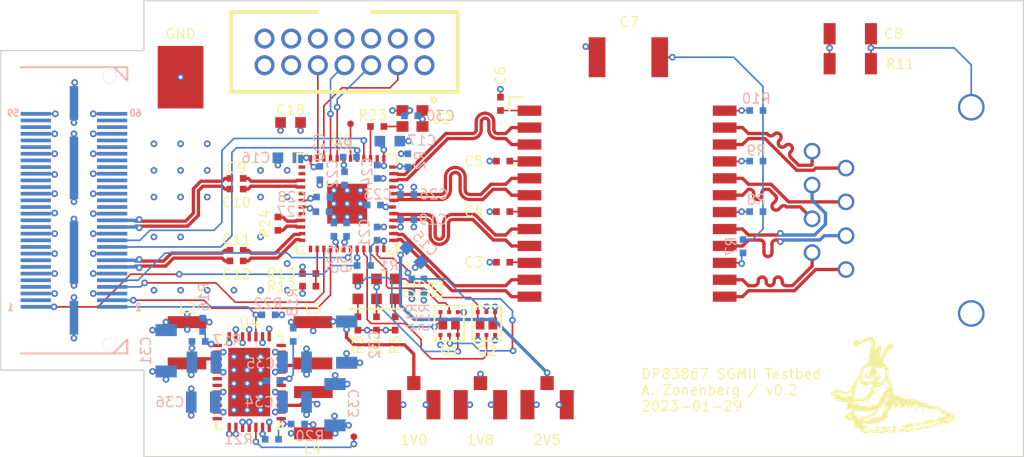
<source format=kicad_pcb>
(kicad_pcb (version 20211014) (generator pcbnew)
  (layers (0 "F.Cu" signal) (1 "In1.Cu" signal) (2 "In2.Cu" signal) (31 "B.Cu" signal) (34 "B.Paste" user) (35 "F.Paste" user) (36 "B.SilkS" user "B.Silkscreen") (37 "F.SilkS" user "F.Silkscreen") (38 "B.Mask" user) (39 "F.Mask" user) (44 "Edge.Cuts" user))
  (net 0 "")
  (net 1 "/PHY_CLK_25MHZ")
  (net 2 "Net-(U2-Pad3)")
  (net 3 "/GND")
  (net 4 "/TAP_PHY_A")
  (net 5 "/TAP_PHY_B")
  (net 6 "/TAP_PHY_C")
  (net 7 "/TAP_PHY_D")
  (net 8 "Net-(C7-Pad1)")
  (net 9 "/SHIELD")
  (net 10 "/SGMII_TX_P")
  (net 11 "/SGMII_TX_AC_P")
  (net 12 "/SGMII_TX_N")
  (net 13 "/SGMII_TX_AC_N")
  (net 14 "/SGMII_RX_P")
  (net 15 "/SGMII_RX_AC_P")
  (net 16 "/SGMII_RX_N")
  (net 17 "/SGMII_RX_AC_N")
  (net 18 "/SGMII_CLKOUT_AC_P")
  (net 19 "/SGMII_CLKOUT_AC_N")
  (net 20 "Net-(D1-Pad2)")
  (net 21 "/1V0")
  (net 22 "/1V8")
  (net 23 "/2V5")
  (net 24 "/5V0")
  (net 25 "Net-(D1-Pad1)")
  (net 26 "/LED_2")
  (net 27 "Net-(D2-Pad1)")
  (net 28 "/LED_1")
  (net 29 "Net-(D3-Pad1)")
  (net 30 "/LED_0")
  (net 32 "/JTAG_TMS")
  (net 33 "/JTAG_TCK")
  (net 34 "/JTAG_TDO")
  (net 35 "/JTAG_TDI")
  (net 39 "/ETH_MDI_B_P")
  (net 40 "/ETH_MDI_B_N")
  (net 41 "/ETH_MDI_C_P")
  (net 42 "/ETH_MDI_A_P")
  (net 43 "/ETH_MDI_A_N")
  (net 44 "/ETH_MDI_C_N")
  (net 45 "/ETH_MDI_D_P")
  (net 46 "/ETH_MDI_D_N")
  (net 47 "/PGOOD")
  (net 56 "/PHY_INT_N")
  (net 57 "/PHY_RST_N")
  (net 59 "/GPIO_0")
  (net 61 "/GPIO_1")
  (net 64 "/MGMT_MDC")
  (net 65 "/MGMT_MDIO")
  (net 66 "Net-(R2-Pad2)")
  (net 67 "/TAP_MDI_A")
  (net 68 "/TAP_MDI_B")
  (net 69 "/TAP_MDI_C")
  (net 70 "/TAP_MDI_D")
  (net 71 "/RX_CTRL_STRAP")
  (net 72 "/2V5_FB")
  (net 73 "/1V8_FB")
  (net 74 "/1V0_FB")
  (net 75 "/PHY_CLKOUT")
  (net 76 "/VTEMP")
  (net 79 "/ETH_A_P")
  (net 80 "/ETH_A_N")
  (net 81 "/ETH_B_P")
  (net 82 "/ETH_B_N")
  (net 83 "/ETH_C_P")
  (net 84 "/ETH_C_N")
  (net 85 "/ETH_D_P")
  (net 86 "/ETH_D_N")
  (net 91 "/2V5_SW")
  (net 92 "/1V8_SW")
  (net 93 "/1V0_SW")
  (net 117 "Net-(D2-Pad2)")
  (net 118 "Net-(D3-Pad2)")
  (footprint "azonenberg_pcb:EIA_1210_CAP_NOSILK" (layer "F.Cu") (at 58.5 80.95 -90)
    (fp_text reference "L2")
    (fp_text value "2.2 uH" hide)
  )
  (footprint "azonenberg_pcb:CONN_U.FL_TE_1909763-1" (layer "F.Cu") (at 80.5 85.5 180)
    (fp_text reference "TP4" hide)
    (fp_text value "U.FL" hide)
  )
  (footprint "azonenberg_pcb:EIA_0402_RES_NOSILK" (layer "F.Cu") (at 67.65 76.7 180)
    (fp_text reference "R12")
    (fp_text value "5.76K" hide)
  )
  (footprint "azonenberg_pcb:EIA_0603_LED" (layer "F.Cu") (at 74.1 76.9 90)
    (fp_text reference "D3")
    (fp_text value "GREEN" hide)
  )
  (footprint "azonenberg_pcb:EIA_0402_CAP_NOSILK" (layer "F.Cu") (at 82 63 90)
    (fp_text reference "C6")
    (fp_text value "0.1 uF" hide)
  )
  (footprint "azonenberg_pcb:TESTPOINT_SMT_0.5MM" (layer "F.Cu") (at 71 88)
    (fp_text reference "TP5" hide)
    (fp_text value "TESTPAD" hide)
  )
  (footprint "azonenberg_pcb:XILINX_JTAG_PTH_MOLEX_0878311420" (layer "F.Cu") (at 70.3 59.1 180)
    (fp_text reference "J1" hide)
    (fp_text value "XILINX_JTAG" hide)
  )
  (footprint "azonenberg_pcb:CONN_U.FL_TE_1909763-1" (layer "F.Cu") (at 75.5 85.5 180)
    (fp_text reference "TP3" hide)
    (fp_text value "U.FL" hide)
  )
  (footprint "azonenberg_pcb:EIA_0402_RES_NOSILK" (layer "F.Cu") (at 71.3 79.5 -90)
    (fp_text reference "R3")
    (fp_text value "470" hide)
  )
  (footprint "azonenberg_pcb:LONGTHING-1200DPI" (layer "F.Cu") (at 112 84.5)
    (fp_text reference "G***" hide)
    (fp_text value "LOGO" hide)
  )
  (footprint "azonenberg_pcb:EIA_1210_CAP_NOSILK" (layer "F.Cu") (at 67.95 86.2 90)
    (fp_text reference "L4")
    (fp_text value "2.2 uH" hide)
  )
  (footprint "azonenberg_pcb:EIA_1210_CAP_NOSILK" (layer "F.Cu") (at 67.95 80.95 -90)
    (fp_text reference "L3")
    (fp_text value "2.2 uH" hide)
  )
  (footprint "azonenberg_pcb:EIA_0402_CAP_NOSILK" (layer "F.Cu") (at 62.2 74.8)
    (fp_text reference "C12")
    (fp_text value "0.1 uF" hide)
  )
  (footprint "azonenberg_pcb:TESTPOINT_SMT_KEYSTONE_5016" (layer "F.Cu") (at 58 61 90)
    (fp_text reference "TP6" hide)
    (fp_text value "TESTPAD" hide)
  )
  (footprint "azonenberg_pcb:EIA_0402_CAP_NOSILK" (layer "F.Cu") (at 62.2 69.4)
    (fp_text reference "C10")
    (fp_text value "0.1 uF" hide)
  )
  (footprint "azonenberg_pcb:CONN_RJ45_BELSTEWART_SS-7188S-A-PG4-1-BA-xx" (layer "F.Cu") (at 114.2775 76.715 90)
    (fp_text reference "J2" hide)
    (fp_text value "RJ45" hide)
  )
  (footprint "azonenberg_pcb:EIA_0402_RES_NOSILK" (layer "F.Cu") (at 74.1 79.5 -90)
    (fp_text reference "R5")
    (fp_text value "470" hide)
  )
  (footprint "azonenberg_pcb:EIA_0402_CAP_NOSILK" (layer "F.Cu") (at 62.2 68.6)
    (fp_text reference "C9")
    (fp_text value "0.1 uF" hide)
  )
  (footprint "azonenberg_pcb:BELFUSE_S558-5999-M8-F" (layer "F.Cu") (at 91.5 70.5 -90)
    (fp_text reference "U3" hide)
    (fp_text value "BEL_FUSE_S558-5999-M8-F" hide)
  )
  (footprint "azonenberg_pcb:EIA_0402_CAP_NOSILK" (layer "F.Cu") (at 82.2 71.1 180)
    (fp_text reference "C4")
    (fp_text value "0.1 uF" hide)
  )
  (footprint "azonenberg_pcb:OSCILLATOR_2.0x1.6" (layer "F.Cu") (at 75.4 64.1)
    (fp_text reference "U2")
    (fp_text value "25MHZ_TBD" hide)
  )
  (footprint "azonenberg_pcb:EIA_0402_RES_NOSILK" (layer "F.Cu") (at 67.65 75.75 180)
    (fp_text reference "R13")
    (fp_text value "2.49K" hide)
  )
  (footprint "azonenberg_pcb:EIA_1812_CAP_NOSILK" (layer "F.Cu") (at 91.6 59.5 180)
    (fp_text reference "C7")
    (fp_text value "10 nF 2 kV" hide)
  )
  (footprint "azonenberg_pcb:EIA_0402_CAP_NOSILK" (layer "F.Cu") (at 82.2 67.3 180)
    (fp_text reference "C5")
    (fp_text value "0.1 uF" hide)
  )
  (footprint "azonenberg_pcb:EIA_0402_CAP_NOSILK" (layer "F.Cu") (at 62.2 74)
    (fp_text reference "C11")
    (fp_text value "0.1 uF" hide)
  )
  (footprint "azonenberg_pcb:EIA_0603_LED" (layer "F.Cu") (at 71.3 76.9 90)
    (fp_text reference "D1")
    (fp_text value "GREEN" hide)
  )
  (footprint "azonenberg_pcb:EIA_0603_LED" (layer "F.Cu") (at 72.7 76.9 90)
    (fp_text reference "D2")
    (fp_text value "GREEN" hide)
  )
  (footprint "azonenberg_pcb:TESTPOINT_SMT_0.5MM" (layer "F.Cu") (at 70.75 64.5)
    (fp_text reference "TP1" hide)
    (fp_text value "TESTPAD" hide)
  )
  (footprint "azonenberg_pcb:QFN_48_0.5MM_7x7MM" (layer "F.Cu") (at 70.5 70.5 180)
    (fp_text reference "U1")
    (fp_text value "DP83867" hide)
  )
  (footprint "azonenberg_pcb:EIA_1206_CAP_NOSILK" (layer "F.Cu") (at 108.25 60 180)
    (fp_text reference "R11")
    (fp_text value "1M" hide)
  )
  (footprint "azonenberg_pcb:EIA_1206_CAP_NOSILK" (layer "F.Cu") (at 108.25 57.75 180)
    (fp_text reference "C8")
    (fp_text value "0.1 uF" hide)
  )
  (footprint "azonenberg_pcb:DFN_6_0.65MM_2x2MM_GDS" (layer "F.Cu") (at 80.95 79.5)
    (fp_text reference "Q2")
    (fp_text value "SSM6N58NU" hide)
  )
  (footprint "azonenberg_pcb:QFN_38_0.5MM_5x7MM" (layer "F.Cu") (at 63.15 83.9 180)
    (fp_text reference "U4")
    (fp_text value "LTC3374-QFN" hide)
  )
  (footprint "azonenberg_pcb:EIA_0402_CAP_NOSILK" (layer "F.Cu") (at 82.2 74.9 180)
    (fp_text reference "C3")
    (fp_text value "0.1 uF" hide)
  )
  (footprint "azonenberg_pcb:EIA_0603_CAP_NOSILK" (layer "F.Cu") (at 66.25 64.4)
    (fp_text reference "C18")
    (fp_text value "4.7 uF" hide)
  )
  (footprint "azonenberg_pcb:EIA_0402_RES_NOSILK" (layer "F.Cu") (at 65.3 72 90)
    (fp_text reference "R24")
    (fp_text value "100" hide)
  )
  (footprint "azonenberg_pcb:EIA_0402_RES_NOSILK" (layer "F.Cu") (at 72.75 64.7 180)
    (fp_text reference "R23")
    (fp_text value "33" hide)
  )
  (footprint "azonenberg_pcb:DFN_6_0.65MM_2x2MM_GDS" (layer "F.Cu") (at 78.15 79.5)
    (fp_text reference "Q1")
    (fp_text value "SSM6N58NU" hide)
  )
  (footprint "azonenberg_pcb:CONN_U.FL_TE_1909763-1" (layer "F.Cu") (at 85.5 85.5 180)
    (fp_text reference "TP2" hide)
    (fp_text value "U.FL" hide)
  )
  (footprint "azonenberg_pcb:EIA_0402_RES_NOSILK" (layer "F.Cu") (at 72.7 79.5 -90)
    (fp_text reference "R4")
    (fp_text value "470" hide)
  )
  (footprint "azonenberg_pcb:EIA_0402_RES_NOSILK" (layer "B.Cu") (at 75.35 76.650001 -90)
    (fp_text reference "R14")
    (fp_text value "10K" hide)
  )
  (footprint "azonenberg_pcb:EIA_0402_CAP_NOSILK" (layer "B.Cu") (at 75.3 63.9 180)
    (fp_text reference "C30")
    (fp_text value "0.47 uF" hide)
  )
  (footprint "azonenberg_pcb:EIA_0402_RES_NOSILK" (layer "B.Cu") (at 100.2 73.7 90)
    (fp_text reference "R7")
    (fp_text value "75" hide)
  )
  (footprint "azonenberg_pcb:EIA_0402_CAP_NOSILK" (layer "B.Cu") (at 72.75 72.75 90)
    (fp_text reference "C21")
    (fp_text value "0.47 uF" hide)
  )
  (footprint "azonenberg_pcb:EIA_0402_RES_NOSILK" (layer "B.Cu") (at 66.45 80.35 90)
    (fp_text reference "R18")
    (fp_text value "255K" hide)
  )
  (footprint "azonenberg_pcb:EIA_0402_CAP_NOSILK" (layer "B.Cu") (at 68.45 68.2 -90)
    (fp_text reference "C20")
    (fp_text value "0.47 uF" hide)
  )
  (footprint "azonenberg_pcb:EIA_0402_CAP_NOSILK" (layer "B.Cu") (at 75 71.7)
    (fp_text reference "C19")
    (fp_text value "0.47 uF" hide)
  )
  (footprint "azonenberg_pcb:EIA_0402_RES_NOSILK" (layer "B.Cu") (at 64.95 83.8 180)
    (fp_text reference "R19" hide)
    (fp_text value "1.02M" hide)
  )
  (footprint "azonenberg_pcb:EIA_0402_CAP_NOSILK" (layer "B.Cu") (at 70.45 72.45 90)
    (fp_text reference "C29")
    (fp_text value "0.47 uF" hide)
  )
  (footprint "azonenberg_pcb:EIA_0402_CAP_NOSILK" (layer "B.Cu") (at 75 69.8)
    (fp_text reference "C26")
    (fp_text value "0.47 uF" hide)
  )
  (footprint "azonenberg_pcb:EIA_1206_CAP_NOSILK" (layer "B.Cu") (at 70.45 80.9 -90)
    (fp_text reference "C32")
    (fp_text value "22 uF" hide)
  )
  (footprint "azonenberg_pcb:EIA_0402_RES_NOSILK" (layer "B.Cu") (at 75.05 67.25 -90)
    (fp_text reference "R2")
    (fp_text value "11K 1%" hide)
  )
  (footprint "azonenberg_pcb:EIA_0402_CAP_NOSILK" (layer "B.Cu") (at 69.5 72.45 90)
    (fp_text reference "C25")
    (fp_text value "0.47 uF" hide)
  )
  (footprint "azonenberg_pcb:EIA_0603_CAP_NOSILK" (layer "B.Cu") (at 73.7 65.8)
    (fp_text reference "C17")
    (fp_text value "4.7 uF" hide)
  )
  (footprint "azonenberg_pcb:EIA_0402_RES_NOSILK" (layer "B.Cu") (at 101.2 63.5)
    (fp_text reference "R10")
    (fp_text value "75" hide)
  )
  (footprint "azonenberg_pcb:EIA_0402_RES_NOSILK" (layer "B.Cu") (at 59.65 79.6 90)
    (fp_text reference "R16")
    (fp_text value "1.02M" hide)
  )
  (footprint "azonenberg_pcb:EIA_0402_RES_NOSILK" (layer "B.Cu") (at 64.85 88.2 180)
    (fp_text reference "R21")
    (fp_text value "649K" hide)
  )
  (footprint "azonenberg_pcb:EIA_0402_RES_NOSILK" (layer "B.Cu") (at 76.25 76.65 -90)
    (fp_text reference "R15")
    (fp_text value "2.49K" hide)
  )
  (footprint "azonenberg_pcb:EIA_0402_CAP_NOSILK" (layer "B.Cu") (at 72.5 70.6 180)
    (fp_text reference "C23")
    (fp_text value "0.47 uF" hide)
  )
  (footprint "azonenberg_pcb:EIA_0402_RES_NOSILK" (layer "B.Cu") (at 59.35 80.85 180)
    (fp_text reference "R17")
    (fp_text value "475K" hide)
  )
  (footprint "azonenberg_pcb:EIA_0402_RES_NOSILK" (layer "B.Cu") (at 64.6 78.85)
    (fp_text reference "R22")
    (fp_text value "10K" hide)
  )
  (footprint "azonenberg_pcb:EIA_0805_CAP_NOSILK" (layer "B.Cu") (at 66.55 85.4)
    (fp_text reference "C34")
    (fp_text value "10 uF" hide)
  )
  (footprint "azonenberg_pcb:EIA_0805_CAP_NOSILK" (layer "B.Cu") (at 66.55 82.4)
    (fp_text reference "C35")
    (fp_text value "10 uF" hide)
  )
  (footprint "azonenberg_pcb:EIA_1206_CAP_NOSILK" (layer "B.Cu") (at 56.9 81.55 -90)
    (fp_text reference "C31")
    (fp_text value "22 uF" hide)
  )
  (footprint "azonenberg_pcb:CONN_SAMTEC_QSH-030-01-L-D-A" (layer "B.Cu") (at 50 71)
    (fp_text reference "J3" hide)
    (fp_text value "QSH-030-01-L-D-A" hide)
  )
  (footprint "azonenberg_pcb:EIA_0603_CAP_NOSILK" (layer "B.Cu") (at 75.5 74.35 -45)
    (fp_text reference "C15")
    (fp_text value "4.7 uF" hide)
  )
  (footprint "azonenberg_pcb:EIA_0402_RES_NOSILK" (layer "B.Cu") (at 101.2 71.1)
    (fp_text reference "R8")
    (fp_text value "75" hide)
  )
  (footprint "azonenberg_pcb:EIA_0402_CAP_NOSILK" (layer "B.Cu") (at 70.3 68.6 -90)
    (fp_text reference "C22")
    (fp_text value "0.47 uF" hide)
  )
  (footprint "azonenberg_pcb:EIA_0402_CAP_NOSILK" (layer "B.Cu") (at 68.7 70)
    (fp_text reference "C28")
    (fp_text value "0.47 uF" hide)
  )
  (footprint "azonenberg_pcb:EIA_0805_CAP_NOSILK" (layer "B.Cu") (at 59.7 85.4 180)
    (fp_text reference "C36")
    (fp_text value "10 uF" hide)
  )
  (footprint "azonenberg_pcb:EIA_1206_CAP_NOSILK" (layer "B.Cu") (at 69.6 85.6 90)
    (fp_text reference "C33")
    (fp_text value "22 uF" hide)
  )
  (footprint "azonenberg_pcb:EIA_0805_CAP_NOSILK" (layer "B.Cu") (at 59.75 82.4 180)
    (fp_text reference "C37" hide)
    (fp_text value "10 uF" hide)
  )
  (footprint "azonenberg_pcb:EIA_0603_CAP_NOSILK" (layer "B.Cu") (at 66.05 67.05 180)
    (fp_text reference "C16")
    (fp_text value "4.7 uF" hide)
  )
  (footprint "azonenberg_pcb:EIA_0402_CAP_NOSILK" (layer "B.Cu") (at 72.75 68.1 -90)
    (fp_text reference "C24")
    (fp_text value "0.47 uF" hide)
  )
  (footprint "azonenberg_pcb:EIA_0402_RES_NOSILK" (layer "B.Cu") (at 70.7 67 180)
    (fp_text reference "R6")
    (fp_text value "1.5K" hide)
  )
  (footprint "azonenberg_pcb:EIA_0402_RES_NOSILK" (layer "B.Cu") (at 71.75 75.15 180)
    (fp_text reference "R1")
    (fp_text value "2.2K" hide)
  )
  (footprint "azonenberg_pcb:EIA_0402_CAP_NOSILK" (layer "B.Cu") (at 68.65 71.1)
    (fp_text reference "C27")
    (fp_text value "0.47 uF" hide)
  )
  (footprint "azonenberg_pcb:EIA_0402_RES_NOSILK" (layer "B.Cu") (at 101.2 67.3)
    (fp_text reference "R9")
    (fp_text value "75" hide)
  )
  (footprint "azonenberg_pcb:EIA_0402_RES_NOSILK" (layer "B.Cu") (at 66.8 87.05)
    (fp_text reference "R20")
    (fp_text value "806K" hide)
  )
  (gr_line (start 55.25 89.5) (end 121.25 89.5) (layer "Edge.Cuts") (width 0.1))
  (gr_line (start 44.5 59) (end 44.5 83) (layer "Edge.Cuts") (width 0.1))
  (gr_line (start 55.25 59) (end 44.5 59) (layer "Edge.Cuts") (width 0.1))
  (gr_line (start 121.25 89.5) (end 121.25 55.25) (layer "Edge.Cuts") (width 0.1))
  (gr_line (start 55.25 55.25) (end 55.25 59) (layer "Edge.Cuts") (width 0.1))
  (gr_line (start 44.5 83) (end 55.25 83) (layer "Edge.Cuts") (width 0.1))
  (gr_line (start 55.25 83) (end 55.25 89.5) (layer "Edge.Cuts") (width 0.1))
  (gr_line (start 121.25 55.25) (end 55.25 55.25) (layer "Edge.Cuts") (width 0.1))
  (gr_text "2V5" (at 85.5 88.25) (layer "F.SilkS") (effects (font (size 0.75 0.75) (thickness 0.1))))
  (gr_text "GND" (at 58 57.75) (layer "F.SilkS") (effects (font (size 0.75 0.75) (thickness 0.1))))
  (gr_text "1V8" (at 80.5 88.25) (layer "F.SilkS") (effects (font (size 0.75 0.75) (thickness 0.1))))
  (gr_text "DP83867 SGMII Testbed\nA. Zonenberg / v0.2\n2023-01-29" (at 92.5 84.5) (layer "F.SilkS") (effects (font (size 0.75 0.75) (thickness 0.1)) (justify left)))
  (gr_text "1V0" (at 75.5 88.25) (layer "F.SilkS") (effects (font (size 0.75 0.75) (thickness 0.1))))
  (segment (start 72.25 64.7) (end 72.25 67.1) (width 0.125) (layer "F.Cu") (net 1))
  (segment (start 73.25 64.7) (end 74.65 64.7) (width 0.125) (layer "F.Cu") (net 2))
  (segment (start 72.7 80) (end 73.4 80) (width 0.125) (layer "F.Cu") (net 3))
  (segment (start 106.7 57.73507) (end 106.7 58.8) (width 0.125) (layer "F.Cu") (net 3))
  (segment (start 79.025 85.6) (end 79.7 85.6) (width 0.125) (layer "F.Cu") (net 3))
  (segment (start 73.4 80) (end 74.1 80) (width 0.125) (layer "F.Cu") (net 3))
  (segment (start 64.65 80.5) (end 64.65 79.9) (width 0.125) (layer "F.Cu") (net 3))
  (segment (start 76.4 85.6) (end 76.975 85.6) (width 0.125) (layer "F.Cu") (net 3))
  (segment (start 67 64.4) (end 67 65) (width 0.125) (layer "F.Cu") (net 3))
  (segment (start 84.025 85.6) (end 84.7 85.6) (width 0.125) (layer "F.Cu") (net 3))
  (segment (start 81.7 67.3) (end 81.2 67.3) (width 0.125) (layer "F.Cu") (net 3))
  (segment (start 86.4 85.6) (end 86.975 85.6) (width 0.125) (layer "F.Cu") (net 3))
  (segment (start 75.2 63.5) (end 74.65 63.5) (width 0.125) (layer "F.Cu") (net 3))
  (segment (start 82 62.5) (end 82 61.9) (width 0.125) (layer "F.Cu") (net 3))
  (segment (start 88.4 58.7) (end 88.45 58.7) (width 0.125) (layer "F.Cu") (net 3))
  (segment (start 71.3 80) (end 72 80) (width 0.125) (layer "F.Cu") (net 3))
  (segment (start 79.24 78.64) (end 79.25 78.65) (width 0.125) (layer "F.Cu") (net 3))
  (segment (start 88.45 58.7) (end 89.25 59.5) (width 0.125) (layer "F.Cu") (net 3))
  (segment (start 72 80) (end 72.7 80) (width 0.125) (layer "F.Cu") (net 3))
  (segment (start 81.3 85.6) (end 81.975 85.6) (width 0.125) (layer "F.Cu") (net 3))
  (segment (start 81.7 74.9) (end 81.2 74.9) (width 0.125) (layer "F.Cu") (net 3))
  (segment (start 77.5 80.36) (end 77.5 81.1) (width 0.125) (layer "F.Cu") (net 3))
  (segment (start 67.15 75.75) (end 67.15 75.25) (width 0.125) (layer "F.Cu") (net 3))
  (segment (start 74.65 63.5) (end 73.9 63.5) (width 0.125) (layer "F.Cu") (net 3))
  (segment (start 106.7 59.98507) (end 106.7 58.8) (width 0.125) (layer "F.Cu") (net 3))
  (segment (start 80.3 80.36) (end 80.3 80.75) (width 0.125) (layer "F.Cu") (net 3))
  (segment (start 78.8 78.64) (end 79.24 78.64) (width 0.125) (layer "F.Cu") (net 3))
  (segment (start 62.15 87.8) (end 62.15 87.3) (width 0.125) (layer "F.Cu") (net 3))
  (segment (start 80.95 78.64) (end 80.95 78.25) (width 0.125) (layer "F.Cu") (net 3))
  (segment (start 63.15 80.5) (end 63.15 79.95) (width 0.125) (layer "F.Cu") (net 3))
  (segment (start 81.7 71.1) (end 81.2 71.1) (width 0.125) (layer "F.Cu") (net 3))
  (segment (start 74.025 85.6) (end 74.7 85.6) (width 0.125) (layer "F.Cu") (net 3))
  (segment (start 62.15 80.5) (end 62.15 79.95) (width 0.125) (layer "F.Cu") (net 3))
  (segment (start 61.65 87.3) (end 61.65 87.8) (width 0.125) (layer "F.Cu") (net 3))
  (segment (start 81.6 78.25) (end 81.6 78.64) (width 0.125) (layer "F.Cu") (net 3))
  (segment (start 81.6 80.75) (end 81.6 80.36) (width 0.125) (layer "F.Cu") (net 3))
  (segment (start 64.15 87.3) (end 64.15 87.8) (width 0.125) (layer "F.Cu") (net 3))
  (segment (start 81.6 78.64) (end 81.6 79.325) (width 0.125) (layer "F.Cu") (net 3))
  (via (at 50 64.4) (size 0.5) (drill 0.25) (layers "F.Cu" "B.Cu") (net 3))
  (via (at 56 70) (size 0.5) (drill 0.25) (layers "F.Cu" "B.Cu") (net 3))
  (via (at 62 82) (size 0.5) (drill 0.25) (layers "F.Cu" "B.Cu") (net 3))
  (via (at 69.5 71.5) (size 0.5) (drill 0.25) (layers "F.Cu" "B.Cu") (net 3))
  (via (at 70.5 70.5) (size 0.5) (drill 0.25) (layers "F.Cu" "B.Cu") (net 3))
  (via (at 51.45 69.75) (size 0.5) (drill 0.25) (layers "F.Cu" "B.Cu") (net 3))
  (via (at 56 77) (size 0.5) (drill 0.25) (layers "F.Cu" "B.Cu") (net 3))
  (via (at 56 66) (size 0.5) (drill 0.25) (layers "F.Cu" "B.Cu") (net 3))
  (via (at 73.9 63.5) (size 0.5) (drill 0.25) (layers "F.Cu" "B.Cu") (net 3))
  (via (at 76.4 85.6) (size 0.5) (drill 0.25) (layers "F.Cu" "B.Cu") (net 3))
  (via (at 71.45 82.45) (size 0.5) (drill 0.25) (layers "F.Cu" "B.Cu") (net 3))
  (via (at 68.45 69.1) (size 0.5) (drill 0.25) (layers "F.Cu" "B.Cu") (net 3))
  (via (at 71.5 71.5) (size 0.5) (drill 0.25) (layers "F.Cu" "B.Cu") (net 3))
  (via (at 66 70) (size 0.5) (drill 0.25) (layers "F.Cu" "B.Cu") (net 3))
  (via (at 75.2 63.5) (size 0.5) (drill 0.25) (layers "F.Cu" "B.Cu") (net 3))
  (via (at 58 70) (size 0.5) (drill 0.25) (layers "F.Cu" "B.Cu") (net 3))
  (via (at 58.85 81.35) (size 0.5) (drill 0.25) (layers "F.Cu" "B.Cu") (net 3))
  (via (at 67.45 83.324502) (size 0.5) (drill 0.25) (layers "F.Cu" "B.Cu") (net 3))
  (via (at 64 77) (size 0.5) (drill 0.25) (layers "F.Cu" "B.Cu") (net 3))
  (via (at 58 66) (size 0.5) (drill 0.25) (layers "F.Cu" "B.Cu") (net 3))
  (via (at 51.45 66.75) (size 0.5) (drill 0.25) (layers "F.Cu" "B.Cu") (net 3))
  (via (at 71.5 70.5) (size 0.5) (drill 0.25) (layers "F.Cu" "B.Cu") (net 3))
  (via (at 56.9 83.7) (size 0.5) (drill 0.25) (layers "F.Cu" "B.Cu") (net 3))
  (via (at 66 75) (size 0.5) (drill 0.25) (layers "F.Cu" "B.Cu") (net 3))
  (via (at 50 65.25) (size 0.5) (drill 0.25) (layers "F.Cu" "B.Cu") (net 3))
  (via (at 66 77) (size 0.5) (drill 0.25) (layers "F.Cu" "B.Cu") (net 3))
  (via (at 67.45 86.35) (size 0.5) (drill 0.25) (layers "F.Cu" "B.Cu") (net 3))
  (via (at 50 77.55) (size 0.5) (drill 0.25) (layers "F.Cu" "B.Cu") (net 3))
  (via (at 62 84) (size 0.5) (drill 0.25) (layers "F.Cu" "B.Cu") (net 3))
  (via (at 64 83) (size 0.5) (drill 0.25) (layers "F.Cu" "B.Cu") (net 3))
  (via (at 58 68) (size 0.5) (drill 0.25) (layers "F.Cu" "B.Cu") (net 3))
  (via (at 75.5 72.25) (size 0.5) (drill 0.25) (layers "F.Cu" "B.Cu") (net 3))
  (via (at 48.55 74.25) (size 0.5) (drill 0.25) (layers "F.Cu" "B.Cu") (net 3))
  (via (at 51.45 77.25) (size 0.5) (drill 0.25) (layers "F.Cu" "B.Cu") (net 3))
  (via (at 64.15 87.8) (size 0.5) (drill 0.25) (layers "F.Cu" "B.Cu") (net 3))
  (via (at 62 85) (size 0.5) (drill 0.25) (layers "F.Cu" "B.Cu") (net 3))
  (via (at 48.55 69.75) (size 0.5) (drill 0.25) (layers "F.Cu" "B.Cu") (net 3))
  (via (at 70.5 69.5) (size 0.5) (drill 0.25) (layers "F.Cu" "B.Cu") (net 3))
  (via (at 65.3 67.6) (size 0.5) (drill 0.25) (layers "F.Cu" "B.Cu") (net 3))
  (via (at 67.15 75.25) (size 0.5) (drill 0.25) (layers "F.Cu" "B.Cu") (net 3))
  (via (at 74.55 66.75) (size 0.5) (drill 0.25) (layers "F.Cu" "B.Cu") (net 3))
  (via (at 63 83) (size 0.5) (drill 0.25) (layers "F.Cu" "B.Cu") (net 3))
  (via (at 58 61) (size 0.5) (drill 0.25) (layers "F.Cu" "B.Cu") (net 3))
  (via (at 76.25 77.75) (size 0.5) (drill 0.25) (layers "F.Cu" "B.Cu") (net 3))
  (via (at 58.8 86.4) (size 0.5) (drill 0.25) (layers "F.Cu" "B.Cu") (net 3))
  (via (at 56 73) (size 0.5) (drill 0.25) (layers "F.Cu" "B.Cu") (net 3))
  (via (at 64 73) (size 0.5) (drill 0.25) (layers "F.Cu" "B.Cu") (net 3))
  (via (at 58 77) (size 0.5) (drill 0.25) (layers "F.Cu" "B.Cu") (net 3))
  (via (at 67 65) (size 0.5) (drill 0.25) (layers "F.Cu" "B.Cu") (net 3))
  (via (at 69.6 83.4) (size 0.5) (drill 0.25) (layers "F.Cu" "B.Cu") (net 3))
  (via (at 50.05 61.4) (size 0.5) (drill 0.25) (layers "F.Cu" "B.Cu") (net 3))
  (via (at 62 86) (size 0.5) (drill 0.25) (layers "F.Cu" "B.Cu") (net 3))
  (via (at 48.55 75.75) (size 0.5) (drill 0.25) (layers "F.Cu" "B.Cu") (net 3))
  (via (at 68.25 85.55) (size 0.5) (drill 0.25) (layers "F.Cu" "B.Cu") (net 3))
  (via (at 50 76.65) (size 0.5) (drill 0.25) (layers "F.Cu" "B.Cu") (net 3))
  (via (at 67.45 81.4) (size 0.5) (drill 0.25) (layers "F.Cu" "B.Cu") (net 3))
  (via (at 56 68) (size 0.5) (drill 0.25) (layers "F.Cu" "B.Cu") (net 3))
  (via (at 73.4 80) (size 0.5) (drill 0.25) (layers "F.Cu" "B.Cu") (net 3))
  (via (at 72 80) (size 0.5) (drill 0.25) (layers "F.Cu" "B.Cu") (net 3))
  (via (at 48.55 77.25) (size 0.5) (drill 0.25) (layers "F.Cu" "B.Cu") (net 3))
  (via (at 70.5 84.05) (size 0.5) (drill 0.25) (layers "F.Cu" "B.Cu") (net 3))
  (via (at 66 68) (size 0.5) (drill 0.25) (layers "F.Cu" "B.Cu") (net 3))
  (via (at 79.7 85.6) (size 0.5) (drill 0.25) (layers "F.Cu" "B.Cu") (net 3))
  (via (at 58 73) (size 0.5) (drill 0.25) (layers "F.Cu" "B.Cu") (net 3))
  (via (at 58.8 83.35) (size 0.5) (drill 0.25) (layers "F.Cu" "B.Cu") (net 3))
  (via (at 60 66) (size 0.5) (drill 0.25) (layers "F.Cu" "B.Cu") (net 3))
  (via (at 106.7 58.8) (size 0.5) (drill 0.25) (layers "F.Cu" "B.Cu") (net 3))
  (via (at 70.5 71.5) (size 0.5) (drill 0.25) (layers "F.Cu" "B.Cu") (net 3))
  (via (at 80.95 78.25) (size 0.5) (drill 0.25) (layers "F.Cu" "B.Cu") (net 3))
  (via (at 48.55 68.3) (size 0.5) (drill 0.25) (layers "F.Cu" "B.Cu") (net 3))
  (via (at 81.2 67.3) (size 0.5) (drill 0.25) (layers "F.Cu" "B.Cu") (net 3))
  (via (at 51.45 68.25) (size 0.5) (drill 0.25) (layers "F.Cu" "B.Cu") (net 3))
  (via (at 51.45 72.75) (size 0.5) (drill 0.25) (layers "F.Cu" "B.Cu") (net 3))
  (via (at 79.25 78.65) (size 0.5) (drill 0.25) (layers "F.Cu" "B.Cu") (net 3))
  (via (at 73.25 72.25) (size 0.5) (drill 0.25) (layers "F.Cu" "B.Cu") (net 3))
  (via (at 75.1 65.8) (size 0.5) (drill 0.25) (layers "F.Cu" "B.Cu") (net 3))
  (via (at 63 85) (size 0.5) (drill 0.25) (layers "F.Cu" "B.Cu") (net 3))
  (via (at 64 70) (size 0.5) (drill 0.25) (layers "F.Cu" "B.Cu") (net 3))
  (via (at 86.4 85.6) (size 0.5) (drill 0.25) (layers "F.Cu" "B.Cu") (net 3))
  (via (at 75.5 69.25) (size 0.5) (drill 0.25) (layers "F.Cu" "B.Cu") (net 3))
  (via (at 60 77) (size 0.5) (drill 0.25) (layers "F.Cu" "B.Cu") (net 3))
  (via (at 64 85) (size 0.5) (drill 0.25) (layers "F.Cu" "B.Cu") (net 3))
  (via (at 55.9 83.1) (size 0.5) (drill 0.25) (layers "F.Cu" "B.Cu") (net 3))
  (via (at 62.15 79.95) (size 0.5) (drill 0.25) (layers "F.Cu" "B.Cu") (net 3))
  (via (at 82 61.9) (size 0.5) (drill 0.25) (layers "F.Cu" "B.Cu") (net 3))
  (via (at 62.15 87.8) (size 0.5) (drill 0.25) (layers "F.Cu" "B.Cu") (net 3))
  (via (at 80.3 80.75) (size 0.5) (drill 0.25) (layers "F.Cu" "B.Cu") (net 3))
  (via (at 48.55 66.75) (size 0.5) (drill 0.25) (layers "F.Cu" "B.Cu") (net 3))
  (via (at 81.6 78.25) (size 0.5) (drill 0.25) (layers "F.Cu" "B.Cu") (net 3))
  (via (at 64 82) (size 0.5) (drill 0.25) (layers "F.Cu" "B.Cu") (net 3))
  (via (at 71.5 69.5) (size 0.5) (drill 0.25) (layers "F.Cu" "B.Cu") (net 3))
  (via (at 62 83) (size 0.5) (drill 0.25) (layers "F.Cu" "B.Cu") (net 3))
  (via (at 74.7 85.6) (size 0.5) (drill 0.25) (layers "F.Cu" "B.Cu") (net 3))
  (via (at 63 82) (size 0.5) (drill 0.25) (layers "F.Cu" "B.Cu") (net 3))
  (via (at 63.15 79.95) (size 0.5) (drill 0.25) (layers "F.Cu" "B.Cu") (net 3))
  (via (at 81.3 85.6) (size 0.5) (drill 0.25) (layers "F.Cu" "B.Cu") (net 3))
  (via (at 48.55 65.25) (size 0.5) (drill 0.25) (layers "F.Cu" "B.Cu") (net 3))
  (via (at 62 77) (size 0.5) (drill 0.25) (layers "F.Cu" "B.Cu") (net 3))
  (via (at 77.5 81.1) (size 0.5) (drill 0.25) (layers "F.Cu" "B.Cu") (net 3))
  (via (at 81.2 71.1) (size 0.5) (drill 0.25) (layers "F.Cu" "B.Cu") (net 3))
  (via (at 58.8 84.4) (size 0.5) (drill 0.25) (layers "F.Cu" "B.Cu") (net 3))
  (via (at 60 68) (size 0.5) (drill 0.25) (layers "F.Cu" "B.Cu") (net 3))
  (via (at 70.45 81.75) (size 0.5) (drill 0.25) (layers "F.Cu" "B.Cu") (net 3))
  (via (at 64 84) (size 0.5) (drill 0.25) (layers "F.Cu" "B.Cu") (net 3))
  (via (at 51.45 74.25) (size 0.5) (drill 0.25) (layers "F.Cu" "B.Cu") (net 3))
  (via (at 73.2 68.6) (size 0.5) (drill 0.25) (layers "F.Cu" "B.Cu") (net 3))
  (via (at 51.45 65.25) (size 0.5) (drill 0.25) (layers "F.Cu" "B.Cu") (net 3))
  (via (at 81.6 80.75) (size 0.5) (drill 0.25) (layers "F.Cu" "B.Cu") (net 3))
  (via (at 50 71.65) (size 0.5) (drill 0.25) (layers "F.Cu" "B.Cu") (net 3))
  (via (at 69.5 69.5) (size 0.5) (drill 0.25) (layers "F.Cu" "B.Cu") (net 3))
  (via (at 81.2 74.9) (size 0.5) (drill 0.25) (layers "F.Cu" "B.Cu") (net 3))
  (via (at 51.45 75.75) (size 0.5) (drill 0.25) (layers "F.Cu" "B.Cu") (net 3))
  (via (at 50 80.6) (size 0.5) (drill 0.25) (layers "F.Cu" "B.Cu") (net 3))
  (via (at 64.65 79.9) (size 0.5) (drill 0.25) (layers "F.Cu" "B.Cu") (net 3))
  (via (at 64 68) (size 0.5) (drill 0.25) (layers "F.Cu" "B.Cu") (net 3))
  (via (at 88.4 58.7) (size 0.5) (drill 0.25) (layers "F.Cu" "B.Cu") (net 3))
  (via (at 84.7 85.6) (size 0.5) (drill 0.25) (layers "F.Cu" "B.Cu") (net 3))
  (via (at 48.55 71.2) (size 0.5) (drill 0.25) (layers "F.Cu" "B.Cu") (net 3))
  (via (at 75.6 75.3) (size 0.5) (drill 0.25) (layers "F.Cu" "B.Cu") (net 3))
  (via (at 69.5 70.5) (size 0.5) (drill 0.25) (layers "F.Cu" "B.Cu") (net 3))
  (via (at 63 86) (size 0.5) (drill 0.25) (layers "F.Cu" "B.Cu") (net 3))
  (via (at 48.55 72.75) (size 0.5) (drill 0.25) (layers "F.Cu" "B.Cu") (net 3))
  (via (at 50 70.35) (size 0.5) (drill 0.25) (layers "F.Cu" "B.Cu") (net 3))
  (via (at 51.45 71.25) (size 0.5) (drill 0.25) (layers "F.Cu" "B.Cu") (net 3))
  (via (at 60 70) (size 0.5) (drill 0.25) (layers "F.Cu" "B.Cu") (net 3))
  (via (at 61.65 87.8) (size 0.5) (drill 0.25) (layers "F.Cu" "B.Cu") (net 3))
  (via (at 64 86) (size 0.5) (drill 0.25) (layers "F.Cu" "B.Cu") (net 3))
  (via (at 63 84) (size 0.5) (drill 0.25) (layers "F.Cu" "B.Cu") (net 3))
  (segment (start 47.135 69.75) (end 48.55 69.75) (width 0.125) (layer "B.Cu") (net 3))
  (segment (start 72.75 68.6) (end 73.2 68.6) (width 0.125) (layer "B.Cu") (net 3))
  (segment (start 69.58507 83.41493) (end 69.6 83.4) (width 0.125) (layer "B.Cu") (net 3))
  (segment (start 48.55 77.25) (end 47.135 77.25) (width 0.125) (layer "B.Cu") (net 3))
  (segment (start 51.45 66.75) (end 52.865 66.75) (width 0.125) (layer "B.Cu") (net 3))
  (segment (start 69.58507 84.05) (end 70.5 84.05) (width 0.125) (layer "B.Cu") (net 3))
  (segment (start 56.91493 83.1) (end 56.91493 83.68507) (width 0.125) (layer "B.Cu") (net 3))
  (segment (start 76.01967 74.88033) (end 75.6 75.3) (width 0.125) (layer "B.Cu") (net 3))
  (segment (start 50 76.65) (end 50 74.159) (width 0.125) (layer "B.Cu") (net 3))
  (segment (start 64.35 88) (end 64.15 87.8) (width 0.125) (layer "B.Cu") (net 3))
  (segment (start 48.5 71.25) (end 48.55 71.2) (width 0.125) (layer "B.Cu") (net 3))
  (segment (start 50 62.935) (end 50 64.4) (width 0.125) (layer "B.Cu") (net 3))
  (segment (start 67.45 85.4) (end 67.45 86.35) (width 0.125) (layer "B.Cu") (net 3))
  (segment (start 50 67.809) (end 50 70.35) (width 0.125) (layer "B.Cu") (net 3))
  (segment (start 47.135 75.75) (end 48.55 75.75) (width 0.125) (layer "B.Cu") (net 3))
  (segment (start 67.45 81.4) (end 67.45 82.4) (width 0.125) (layer "B.Cu") (net 3))
  (segment (start 74.8 63.9) (end 75.2 63.5) (width 0.125) (layer "B.Cu") (net 3))
  (segment (start 69.2 70.2) (end 69.5 70.5) (width 0.125) (layer "B.Cu") (net 3))
  (segment (start 47.135 68.25) (end 48.5 68.25) (width 0.125) (layer "B.Cu") (net 3))
  (segment (start 51.45 68.25) (end 52.865 68.25) (width 0.125) (layer "B.Cu") (net 3))
  (segment (start 75.5 71.7) (end 75.5 72.25) (width 0.125) (layer "B.Cu") (net 3))
  (segment (start 47.135 74.25) (end 48.55 74.25) (width 0.125) (layer "B.Cu") (net 3))
  (segment (start 74.45 65.8) (end 75.1 65.8) (width 0.125) (layer "B.Cu") (net 3))
  (segment (start 58.85 80.85) (end 58.85 81.35) (width 0.125) (layer "B.Cu") (net 3))
  (segment (start 51.45 69.75) (end 52.865 69.75) (width 0.125) (layer "B.Cu") (net 3))
  (segment (start 65.3 67.05) (end 65.3 67.6) (width 0.125) (layer "B.Cu") (net 3))
  (segment (start 58.8 85.4) (end 58.8 84.4) (width 0.125) (layer "B.Cu") (net 3))
  (segment (start 48.55 65.25) (end 47.135 65.25) (width 0.125) (layer "B.Cu") (net 3))
  (segment (start 70.46493 82.45) (end 71.45 82.45) (width 0.125) (layer "B.Cu") (net 3))
  (segment (start 56.91493 83.68507) (end 56.9 83.7) (width 0.125) (layer "B.Cu") (net 3))
  (segment (start 69.58507 84.05) (end 69.58507 83.41493) (width 0.125) (layer "B.Cu") (net 3))
  (segment (start 75.05 66.75) (end 74.55 66.75) (width 0.125) (layer "B.Cu") (net 3))
  (segment (start 47.135 71.25) (end 48.5 71.25) (width 0.125) (layer "B.Cu") (net 3))
  (segment (start 51.45 74.25) (end 52.865 74.25) (width 0.125) (layer "B.Cu") (net 3))
  (segment (start 48.5 68.25) (end 48.55 68.3) (width 0.125) (layer "B.Cu") (net 3))
  (segment (start 64.35 88.2) (end 64.35 88) (width 0.125) (layer "B.Cu") (net 3))
  (segment (start 76.25 77.15) (end 76.25 77.75) (width 0.125) (layer "B.Cu") (net 3))
  (segment (start 58.85 82.4) (end 58.85 81.35) (width 0.125) (layer "B.Cu") (net 3))
  (segment (start 51.45 71.25) (end 52.865 71.25) (width 0.125) (layer "B.Cu") (net 3))
  (segment (start 68.1 85.4) (end 68.25 85.55) (width 0.125) (layer "B.Cu") (net 3))
  (segment (start 51.45 72.75) (end 52.865 72.75) (width 0.125) (layer "B.Cu") (net 3))
  (segment (start 72.75 72.25) (end 73.25 72.25) (width 0.125) (layer "B.Cu") (net 3))
  (segment (start 67.45 85.4) (end 68.1 85.4) (width 0.125) (layer "B.Cu") (net 3))
  (segment (start 47.135 72.75) (end 48.55 72.75) (width 0.125) (layer "B.Cu") (net 3))
  (segment (start 70.46493 82.45) (end 70.46493 81.76493) (width 0.125) (layer "B.Cu") (net 3))
  (segment (start 50.05 61.4) (end 50 61.45) (width 0.125) (layer "B.Cu") (net 3))
  (segment (start 70.46493 81.76493) (end 70.45 81.75) (width 0.125) (layer "B.Cu") (net 3))
  (segment (start 52.865 65.25) (end 51.45 65.25) (width 0.125) (layer "B.Cu") (net 3))
  (segment (start 58.8 83.35) (end 58.8 82.45) (width 0.125) (layer "B.Cu") (net 3))
  (segment (start 56.91493 83.1) (end 55.9 83.1) (width 0.125) (layer "B.Cu") (net 3))
  (segment (start 50 65.25) (end 50 67.809) (width 0.125) (layer "B.Cu") (net 3))
  (segment (start 50 79.065) (end 50 80.6) (width 0.125) (layer "B.Cu") (net 3))
  (segment (start 50 77.55) (end 50 79.065) (width 0.125) (layer "B.Cu") (net 3))
  (segment (start 69.2 70) (end 69.2 70.2) (width 0.125) (layer "B.Cu") (net 3))
  (segment (start 58.8 85.4) (end 58.8 86.4) (width 0.125) (layer "B.Cu") (net 3))
  (segment (start 51.45 77.25) (end 52.865 77.25) (width 0.125) (layer "B.Cu") (net 3))
  (segment (start 51.45 75.75) (end 52.865 75.75) (width 0.125) (layer "B.Cu") (net 3))
  (segment (start 68.45 68.7) (end 68.45 69.1) (width 0.125) (layer "B.Cu") (net 3))
  (segment (start 47.135 66.75) (end 48.55 66.75) (width 0.125) (layer "B.Cu") (net 3))
  (segment (start 67.45 82.4) (end 67.45 83.324502) (width 0.125) (layer "B.Cu") (net 3))
  (segment (start 50 71.65) (end 50 74.159) (width 0.125) (layer "B.Cu") (net 3))
  (segment (start 50 61.45) (end 50 62.935) (width 0.125) (layer "B.Cu") (net 3))
  (segment (start 75.5 69.8) (end 75.5 69.25) (width 0.125) (layer "B.Cu") (net 3))
  (segment (start 82.7 74.9) (end 84.13 74.9) (width 0.125) (layer "F.Cu") (net 4))
  (segment (start 82.7 71.1) (end 84.14 71.1) (width 0.125) (layer "F.Cu") (net 5))
  (segment (start 82.7 67.3) (end 84.15 67.3) (width 0.125) (layer "F.Cu") (net 6))
  (segment (start 82 63.5) (end 84.16 63.5) (width 0.125) (layer "F.Cu") (net 7))
  (segment (start 93.95 59.5) (end 94.9 59.5) (width 0.125) (layer "F.Cu") (net 8))
  (via (at 94.9 59.5) (size 0.5) (drill 0.25) (layers "F.Cu" "B.Cu") (net 8))
  (segment (start 101.7 72.4) (end 101.7 71.1) (width 0.125) (layer "B.Cu") (net 8))
  (segment (start 101.7 61.7) (end 101.7 63.5) (width 0.125) (layer "B.Cu") (net 8))
  (segment (start 101.7 71.1) (end 101.7 63.5) (width 0.125) (layer "B.Cu") (net 8))
  (segment (start 100.9 73.2) (end 101.7 72.4) (width 0.125) (layer "B.Cu") (net 8))
  (segment (start 100.2 73.2) (end 100.9 73.2) (width 0.125) (layer "B.Cu") (net 8))
  (segment (start 99.5 59.5) (end 101.7 61.7) (width 0.125) (layer "B.Cu") (net 8))
  (segment (start 94.9 59.5) (end 99.5 59.5) (width 0.125) (layer "B.Cu") (net 8))
  (segment (start 109.8 57.73507) (end 109.8 59.98507) (width 0.125) (layer "F.Cu") (net 9))
  (via (at 109.8 58.8) (size 0.5) (drill 0.25) (layers "F.Cu" "B.Cu") (net 9))
  (segment (start 117.3275 60.0775) (end 116.05 58.8) (width 0.125) (layer "B.Cu") (net 9))
  (segment (start 117.3275 63.255) (end 117.3275 60.0775) (width 0.125) (layer "B.Cu") (net 9))
  (segment (start 116.05 58.8) (end 109.8 58.8) (width 0.125) (layer "B.Cu") (net 9))
  (segment (start 61.324999 68.6) (end 61.7 68.6) (width 0.25) (layer "F.Cu") (net 10))
  (segment (start 54.9 71.6875) (end 55.025 71.8125) (width 0.25) (layer "F.Cu") (net 10))
  (segment (start 58.372334 71.8125) (end 58.9625 71.222334) (width 0.25) (layer "F.Cu") (net 10))
  (segment (start 61.112499 68.8125) (end 61.324999 68.6) (width 0.25) (layer "F.Cu") (net 10))
  (segment (start 59.522334 68.8125) (end 61.112499 68.8125) (width 0.25) (layer "F.Cu") (net 10))
  (segment (start 55.025 71.8125) (end 58.372334 71.8125) (width 0.25) (layer "F.Cu") (net 10))
  (segment (start 58.9625 69.372334) (end 59.522334 68.8125) (width 0.25) (layer "F.Cu") (net 10))
  (segment (start 58.9625 71.222334) (end 58.9625 69.372334) (width 0.25) (layer "F.Cu") (net 10))
  (via (at 54.9 71.6875) (size 0.5) (drill 0.25) (layers "F.Cu" "B.Cu") (net 10))
  (segment (start 54.775001 71.812499) (end 54.9 71.6875) (width 0.25) (layer "B.Cu") (net 10))
  (segment (start 52.865 71.75) (end 54.567501 71.75) (width 0.25) (layer "B.Cu") (net 10))
  (segment (start 54.630001 71.8125) (end 54.775001 71.812499) (width 0.25) (layer "B.Cu") (net 10))
  (segment (start 54.567501 71.75) (end 54.630001 71.8125) (width 0.25) (layer "B.Cu") (net 10))
  (segment (start 63.075001 68.6) (end 62.7 68.6) (width 0.25) (layer "F.Cu") (net 11))
  (segment (start 63.287501 68.8125) (end 63.075001 68.6) (width 0.25) (layer "F.Cu") (net 11))
  (segment (start 66.662499 68.8125) (end 63.287501 68.8125) (width 0.25) (layer "F.Cu") (net 11))
  (segment (start 67.1 68.75) (end 66.724999 68.75) (width 0.25) (layer "F.Cu") (net 11))
  (segment (start 66.724999 68.75) (end 66.662499 68.8125) (width 0.25) (layer "F.Cu") (net 11))
  (segment (start 59.677666 69.1875) (end 61.112499 69.1875) (width 0.25) (layer "F.Cu") (net 12))
  (segment (start 59.3375 71.377666) (end 59.3375 69.527666) (width 0.25) (layer "F.Cu") (net 12))
  (segment (start 61.324999 69.4) (end 61.7 69.4) (width 0.25) (layer "F.Cu") (net 12))
  (segment (start 59.3375 69.527666) (end 59.677666 69.1875) (width 0.25) (layer "F.Cu") (net 12))
  (segment (start 55.025 72.1875) (end 58.527666 72.1875) (width 0.25) (layer "F.Cu") (net 12))
  (segment (start 61.112499 69.1875) (end 61.324999 69.4) (width 0.25) (layer "F.Cu") (net 12))
  (segment (start 58.527666 72.1875) (end 59.3375 71.377666) (width 0.25) (layer "F.Cu") (net 12))
  (segment (start 54.9 72.3125) (end 55.025 72.1875) (width 0.25) (layer "F.Cu") (net 12))
  (via (at 54.9 72.3125) (size 0.5) (drill 0.25) (layers "F.Cu" "B.Cu") (net 12))
  (segment (start 54.567501 72.25) (end 54.630001 72.1875) (width 0.25) (layer "B.Cu") (net 12))
  (segment (start 54.775001 72.187501) (end 54.9 72.3125) (width 0.25) (layer "B.Cu") (net 12))
  (segment (start 54.630001 72.1875) (end 54.775001 72.187501) (width 0.25) (layer "B.Cu") (net 12))
  (segment (start 52.865 72.25) (end 54.567501 72.25) (width 0.25) (layer "B.Cu") (net 12))
  (segment (start 63.075001 69.4) (end 62.7 69.4) (width 0.25) (layer "F.Cu") (net 13))
  (segment (start 67.1 69.25) (end 66.724999 69.25) (width 0.25) (layer "F.Cu") (net 13))
  (segment (start 66.662499 69.1875) (end 63.287501 69.1875) (width 0.25) (layer "F.Cu") (net 13))
  (segment (start 63.287501 69.1875) (end 63.075001 69.4) (width 0.25) (layer "F.Cu") (net 13))
  (segment (start 66.724999 69.25) (end 66.662499 69.1875) (width 0.25) (layer "F.Cu") (net 13))
  (segment (start 57.322334 74.2125) (end 56.722335 74.812499) (width 0.25) (layer "F.Cu") (net 14))
  (segment (start 55.024999 74.812499) (end 56.722335 74.812499) (width 0.25) (layer "F.Cu") (net 14))
  (segment (start 61.324999 74) (end 61.112499 74.2125) (width 0.25) (layer "F.Cu") (net 14))
  (segment (start 61.112499 74.2125) (end 57.322334 74.2125) (width 0.25) (layer "F.Cu") (net 14))
  (segment (start 54.9 74.6875) (end 55.024999 74.812499) (width 0.25) (layer "F.Cu") (net 14))
  (segment (start 61.7 74) (end 61.324999 74) (width 0.25) (layer "F.Cu") (net 14))
  (via (at 54.9 74.6875) (size 0.5) (drill 0.25) (layers "F.Cu" "B.Cu") (net 14))
  (segment (start 52.865 74.75) (end 54.567501 74.75) (width 0.25) (layer "B.Cu") (net 14))
  (segment (start 54.775001 74.812499) (end 54.9 74.6875) (width 0.25) (layer "B.Cu") (net 14))
  (segment (start 54.630001 74.8125) (end 54.775001 74.812499) (width 0.25) (layer "B.Cu") (net 14))
  (segment (start 54.567501 74.75) (end 54.630001 74.8125) (width 0.25) (layer "B.Cu") (net 14))
  (segment (start 66.975 72.75) (end 66.9125 72.8125) (width 0.25) (layer "F.Cu") (net 15))
  (segment (start 63.075001 74) (end 62.7 74) (width 0.25) (layer "F.Cu") (net 15))
  (segment (start 66.9125 72.8125) (end 66.522334 72.8125) (width 0.25) (layer "F.Cu") (net 15))
  (segment (start 65.122334 74.2125) (end 63.287501 74.2125) (width 0.25) (layer "F.Cu") (net 15))
  (segment (start 63.287501 74.2125) (end 63.075001 74) (width 0.25) (layer "F.Cu") (net 15))
  (segment (start 66.522334 72.8125) (end 65.122334 74.2125) (width 0.25) (layer "F.Cu") (net 15))
  (segment (start 61.112499 74.5875) (end 57.477666 74.5875) (width 0.25) (layer "F.Cu") (net 16))
  (segment (start 54.9 75.3125) (end 55.024999 75.187501) (width 0.25) (layer "F.Cu") (net 16))
  (segment (start 57.477666 74.5875) (end 56.877665 75.187501) (width 0.25) (layer "F.Cu") (net 16))
  (segment (start 61.324999 74.8) (end 61.112499 74.5875) (width 0.25) (layer "F.Cu") (net 16))
  (segment (start 55.024999 75.187501) (end 56.877665 75.187501) (width 0.25) (layer "F.Cu") (net 16))
  (segment (start 61.7 74.8) (end 61.324999 74.8) (width 0.25) (layer "F.Cu") (net 16))
  (via (at 54.9 75.3125) (size 0.5) (drill 0.25) (layers "F.Cu" "B.Cu") (net 16))
  (segment (start 54.567501 75.25) (end 54.630001 75.1875) (width 0.25) (layer "B.Cu") (net 16))
  (segment (start 54.775001 75.187501) (end 54.9 75.3125) (width 0.25) (layer "B.Cu") (net 16))
  (segment (start 54.630001 75.1875) (end 54.775001 75.187501) (width 0.25) (layer "B.Cu") (net 16))
  (segment (start 52.865 75.25) (end 54.567501 75.25) (width 0.25) (layer "B.Cu") (net 16))
  (segment (start 66.677666 73.1875) (end 65.277666 74.5875) (width 0.25) (layer "F.Cu") (net 17))
  (segment (start 65.277666 74.5875) (end 63.287501 74.5875) (width 0.25) (layer "F.Cu") (net 17))
  (segment (start 66.9125 73.1875) (end 66.677666 73.1875) (width 0.25) (layer "F.Cu") (net 17))
  (segment (start 63.287501 74.5875) (end 63.075001 74.8) (width 0.25) (layer "F.Cu") (net 17))
  (segment (start 63.075001 74.8) (end 62.7 74.8) (width 0.25) (layer "F.Cu") (net 17))
  (segment (start 66.975 73.25) (end 66.9125 73.1875) (width 0.25) (layer "F.Cu") (net 17))
  (segment (start 65.987501 71.8125) (end 65.675001 71.5) (width 0.25) (layer "F.Cu") (net 18))
  (segment (start 67.1 71.75) (end 66.724999 71.75) (width 0.25) (layer "F.Cu") (net 18))
  (segment (start 66.724999 71.75) (end 66.662499 71.8125) (width 0.25) (layer "F.Cu") (net 18))
  (segment (start 66.662499 71.8125) (end 65.987501 71.8125) (width 0.25) (layer "F.Cu") (net 18))
  (segment (start 65.675001 71.5) (end 65.3 71.5) (width 0.25) (layer "F.Cu") (net 18))
  (segment (start 66.724999 72.25) (end 66.662499 72.1875) (width 0.25) (layer "F.Cu") (net 19))
  (segment (start 65.987501 72.1875) (end 65.675001 72.5) (width 0.25) (layer "F.Cu") (net 19))
  (segment (start 66.662499 72.1875) (end 65.987501 72.1875) (width 0.25) (layer "F.Cu") (net 19))
  (segment (start 67.1 72.25) (end 66.724999 72.25) (width 0.25) (layer "F.Cu") (net 19))
  (segment (start 65.675001 72.5) (end 65.3 72.5) (width 0.25) (layer "F.Cu") (net 19))
  (segment (start 77.675 79.5) (end 77.3 79.5) (width 0.125) (layer "F.Cu") (net 20))
  (segment (start 77.3 79.5) (end 77.05 79.75) (width 0.125) (layer "F.Cu") (net 20))
  (segment (start 77.5 78.64) (end 77.5 79.325) (width 0.125) (layer "F.Cu") (net 20))
  (segment (start 71.3 76.15) (end 71.3 76.7) (width 0.125) (layer "F.Cu") (net 20))
  (via (at 71.3 76.7) (size 0.5) (drill 0.25) (layers "F.Cu" "B.Cu") (net 20))
  (via (at 77.05 79.75) (size 0.5) (drill 0.25) (layers "F.Cu" "B.Cu") (net 20))
  (segment (start 71.3 76.7) (end 71.95 76.05) (width 0.125) (layer "B.Cu") (net 20))
  (segment (start 73.85 78.4) (end 75.2 79.75) (width 0.125) (layer "B.Cu") (net 20))
  (segment (start 71.95 76.05) (end 73.55 76.05) (width 0.125) (layer "B.Cu") (net 20))
  (segment (start 73.55 76.05) (end 73.85 76.35) (width 0.125) (layer "B.Cu") (net 20))
  (segment (start 73.85 76.35) (end 73.85 78.4) (width 0.125) (layer "B.Cu") (net 20))
  (segment (start 75.2 79.75) (end 77.05 79.75) (width 0.125) (layer "B.Cu") (net 20))
  (segment (start 67.93507 79.4) (end 66.3 79.4) (width 0.125) (layer "F.Cu") (net 21))
  (segment (start 67.6 70.75) (end 67.7 70.85) (width 0.125) (layer "F.Cu") (net 21))
  (segment (start 74.8 81.1) (end 71 81.1) (width 0.25) (layer "F.Cu") (net 21))
  (segment (start 67.1 70.75) (end 67.6 70.75) (width 0.125) (layer "F.Cu") (net 21))
  (segment (start 75.5 83.975) (end 75.5 81.8) (width 0.25) (layer "F.Cu") (net 21))
  (segment (start 69.4 79.4) (end 69.45 79.35) (width 0.125) (layer "F.Cu") (net 21))
  (segment (start 71 81.1) (end 70.45 80.55) (width 0.25) (layer "F.Cu") (net 21))
  (segment (start 67.93507 79.4) (end 67.93507 80.03507) (width 0.125) (layer "F.Cu") (net 21))
  (segment (start 67.437 67.05) (end 67.7 67.05) (width 0.125) (layer "F.Cu") (net 21))
  (segment (start 70.25 73.45) (end 70.3 73.4) (width 0.125) (layer "F.Cu") (net 21))
  (segment (start 73.9 70.75) (end 73.4 70.75) (width 0.125) (layer "F.Cu") (net 21))
  (segment (start 67.75 67.1) (end 67.75 67.503868) (width 0.125) (layer "F.Cu") (net 21))
  (segment (start 75.5 81.8) (end 74.8 81.1) (width 0.25) (layer "F.Cu") (net 21))
  (segment (start 70.25 73.9) (end 70.25 73.45) (width 0.125) (layer "F.Cu") (net 21))
  (segment (start 70.45 80.55) (end 70.45 79.95) (width 0.25) (layer "F.Cu") (net 21))
  (segment (start 67.93507 80.03507) (end 67.95 80.05) (width 0.125) (layer "F.Cu") (net 21))
  (segment (start 67.93507 79.4) (end 69.4 79.4) (width 0.125) (layer "F.Cu") (net 21))
  (segment (start 67.75 67.503868) (end 67.988396 67.742264) (width 0.125) (layer "F.Cu") (net 21))
  (via (at 67.7 70.85) (size 0.5) (drill 0.25) (layers "F.Cu" "B.Cu") (net 21))
  (via (at 67.95 80.05) (size 0.5) (drill 0.25) (layers "F.Cu" "B.Cu") (net 21))
  (via (at 70.45 79.95) (size 0.5) (drill 0.25) (layers "F.Cu" "B.Cu") (net 21))
  (via (at 73.4 70.75) (size 0.5) (drill 0.25) (layers "F.Cu" "B.Cu") (net 21))
  (via (at 67.437 67.05) (size 0.5) (drill 0.25) (layers "F.Cu" "B.Cu") (net 21))
  (via (at 70.3 73.4) (size 0.5) (drill 0.25) (layers "F.Cu" "B.Cu") (net 21))
  (via (at 67.988396 67.742264) (size 0.5) (drill 0.25) (layers "F.Cu" "B.Cu") (net 21))
  (via (at 66.3 79.4) (size 0.5) (drill 0.25) (layers "F.Cu" "B.Cu") (net 21))
  (via (at 69.45 79.35) (size 0.5) (drill 0.25) (layers "F.Cu" "B.Cu") (net 21))
  (segment (start 70.46493 79.93507) (end 70.45 79.95) (width 0.125) (layer "B.Cu") (net 21))
  (segment (start 70.45 73.25) (end 70.3 73.4) (width 0.125) (layer "B.Cu") (net 21))
  (segment (start 66.8 67.05) (end 67.437 67.05) (width 0.125) (layer "B.Cu") (net 21))
  (segment (start 70.45 72.95) (end 70.45 73.25) (width 0.125) (layer "B.Cu") (net 21))
  (segment (start 70.46493 79.35) (end 70.46493 79.93507) (width 0.125) (layer "B.Cu") (net 21))
  (segment (start 70.46493 79.35) (end 69.45 79.35) (width 0.125) (layer "B.Cu") (net 21))
  (segment (start 67.96493 87.11493) (end 67.95 87.1) (width 0.125) (layer "F.Cu") (net 22))
  (segment (start 67.96493 87.75) (end 66.3 87.75) (width 0.125) (layer "F.Cu") (net 22))
  (segment (start 67.6 70.25) (end 67.75 70.1) (width 0.125) (layer "F.Cu") (net 22))
  (segment (start 69.75 73.495422) (end 69.636295 73.381717) (width 0.125) (layer "F.Cu") (net 22))
  (segment (start 67.96493 87.75) (end 69.6 87.75) (width 0.125) (layer "F.Cu") (net 22))
  (segment (start 69.75 73.9) (end 69.75 73.495422) (width 0.125) (layer "F.Cu") (net 22))
  (segment (start 67.96493 87.75) (end 67.96493 87.11493) (width 0.125) (layer "F.Cu") (net 22))
  (segment (start 70.25 67.1) (end 70.25 67.6) (width 0.125) (layer "F.Cu") (net 22))
  (segment (start 80.5 83.3) (end 80.5 83.975) (width 0.125) (layer "F.Cu") (net 22))
  (segment (start 67.15 76.7) (end 67.15 77.25) (width 0.125) (layer "F.Cu") (net 22))
  (segment (start 67.1 70.25) (end 67.6 70.25) (width 0.125) (layer "F.Cu") (net 22))
  (segment (start 65.5 64.4) (end 65.5 65) (width 0.125) (layer "F.Cu") (net 22))
  (segment (start 73.25 67.1) (end 73.25 67.65) (width 0.125) (layer "F.Cu") (net 22))
  (segment (start 73.25 66.45) (end 73.25 67.1) (width 0.125) (layer "F.Cu") (net 22))
  (segment (start 73.25 73.9) (end 73.25 73.3) (width 0.125) (layer "F.Cu") (net 22))
  (segment (start 76.15 63.5) (end 76.15 64.15) (width 0.125) (layer "F.Cu") (net 22))
  (segment (start 76.15 64.15) (end 76.15 64.7) (width 0.125) (layer "F.Cu") (net 22))
  (via (at 80.5 83.3) (size 0.5) (drill 0.25) (layers "F.Cu" "B.Cu") (net 22))
  (via (at 75.35 77.65) (size 0.5) (drill 0.25) (layers "F.Cu" "B.Cu") (net 22))
  (via (at 67.95 87.1) (size 0.5) (drill 0.25) (layers "F.Cu" "B.Cu") (net 22))
  (via (at 69.636295 73.381717) (size 0.5) (drill 0.25) (layers "F.Cu" "B.Cu") (net 22))
  (via (at 67.15 77.25) (size 0.5) (drill 0.25) (layers "F.Cu" "B.Cu") (net 22))
  (via (at 65.5 65) (size 0.5) (drill 0.25) (layers "F.Cu" "B.Cu") (net 22))
  (via (at 73.25 73.3) (size 0.5) (drill 0.25) (layers "F.Cu" "B.Cu") (net 22))
  (via (at 70.6 87.15) (size 0.5) (drill 0.25) (layers "F.Cu" "B.Cu") (net 22))
  (via (at 69.55 86.45) (size 0.5) (drill 0.25) (layers "F.Cu" "B.Cu") (net 22))
  (via (at 65.6 78.85) (size 0.5) (drill 0.25) (layers "F.Cu" "B.Cu") (net 22))
  (via (at 76.15 64.15) (size 0.5) (drill 0.25) (layers "F.Cu" "B.Cu") (net 22))
  (via (at 69.6 87.75) (size 0.5) (drill 0.25) (layers "F.Cu" "B.Cu") (net 22))
  (via (at 73.25 67.65) (size 0.5) (drill 0.25) (layers "F.Cu" "B.Cu") (net 22))
  (via (at 70.25 67.6) (size 0.5) (drill 0.25) (layers "F.Cu" "B.Cu") (net 22))
  (via (at 66.3 87.75) (size 0.5) (drill 0.25) (layers "F.Cu" "B.Cu") (net 22))
  (via (at 67.75 70.1) (size 0.5) (drill 0.25) (layers "F.Cu" "B.Cu") (net 22))
  (via (at 73.25 66.45) (size 0.5) (drill 0.25) (layers "F.Cu" "B.Cu") (net 22))
  (segment (start 69.58507 86.48507) (end 69.55 86.45) (width 0.125) (layer "B.Cu") (net 22))
  (segment (start 69.636295 73.381717) (end 69.636295 73.086295) (width 0.125) (layer "B.Cu") (net 22))
  (segment (start 72.25 73.75) (end 72.75 73.25) (width 0.125) (layer "B.Cu") (net 22))
  (segment (start 72.95 66.15) (end 73.25 66.45) (width 0.125) (layer "B.Cu") (net 22))
  (segment (start 72.25 75.15) (end 72.25 73.75) (width 0.125) (layer "B.Cu") (net 22))
  (segment (start 75.9 63.9) (end 76.15 64.15) (width 0.125) (layer "B.Cu") (net 22))
  (segment (start 75.35 77.150001) (end 75.35 77.65) (width 0.125) (layer "B.Cu") (net 22))
  (segment (start 72.95 65.8) (end 72.95 66.15) (width 0.125) (layer "B.Cu") (net 22))
  (segment (start 69.58507 87.15) (end 70.6 87.15) (width 0.125) (layer "B.Cu") (net 22))
  (segment (start 70.25 67.6) (end 70.25 67.05) (width 0.125) (layer "B.Cu") (net 22))
  (segment (start 67.9 87.05) (end 67.95 87.1) (width 0.125) (layer "B.Cu") (net 22))
  (segment (start 65.1 78.85) (end 65.6 78.85) (width 0.125) (layer "B.Cu") (net 22))
  (segment (start 67.3 87.05) (end 67.9 87.05) (width 0.125) (layer "B.Cu") (net 22))
  (segment (start 69.58507 87.15) (end 69.58507 86.48507) (width 0.125) (layer "B.Cu") (net 22))
  (segment (start 73.9 69.25) (end 74.5 69.25) (width 0.125) (layer "F.Cu") (net 23))
  (segment (start 85.5 83.975) (end 85.5 83.2) (width 0.25) (layer "F.Cu") (net 23))
  (segment (start 58.48507 78.81493) (end 58.5 78.8) (width 0.125) (layer "F.Cu") (net 23))
  (segment (start 58.48507 79.4) (end 58.48507 78.81493) (width 0.125) (layer "F.Cu") (net 23))
  (segment (start 73.9 72.25) (end 74.5 72.25) (width 0.125) (layer "F.Cu") (net 23))
  (segment (start 58.48507 79.4) (end 56.9 79.4) (width 0.125) (layer "F.Cu") (net 23))
  (segment (start 60.15 79.4) (end 58.48507 79.4) (width 0.125) (layer "F.Cu") (net 23))
  (via (at 74.5 74.35) (size 0.5) (drill 0.25) (layers "F.Cu" "B.Cu") (net 23))
  (via (at 74.5 69.25) (size 0.5) (drill 0.25) (layers "F.Cu" "B.Cu") (net 23))
  (via (at 60.15 79.4) (size 0.5) (drill 0.25) (layers "F.Cu" "B.Cu") (net 23))
  (via (at 55.9 80) (size 0.5) (drill 0.25) (layers "F.Cu" "B.Cu") (net 23))
  (via (at 56.9 79.4) (size 0.5) (drill 0.25) (layers "F.Cu" "B.Cu") (net 23))
  (via (at 58.5 79.95) (size 0.5) (drill 0.25) (layers "F.Cu" "B.Cu") (net 23))
  (via (at 74.5 72.25) (size 0.5) (drill 0.25) (layers "F.Cu" "B.Cu") (net 23))
  (via (at 58.5 78.8) (size 0.5) (drill 0.25) (layers "F.Cu" "B.Cu") (net 23))
  (via (at 85.5 83.2) (size 0.5) (drill 0.25) (layers "F.Cu" "B.Cu") (net 23))
  (segment (start 59.85 79.1) (end 60.15 79.4) (width 0.125) (layer "B.Cu") (net 23))
  (segment (start 74.96967 73.88033) (end 74.5 74.35) (width 0.125) (layer "B.Cu") (net 23))
  (segment (start 74.5 78.15) (end 75.55 79.2) (width 0.25) (layer "B.Cu") (net 23))
  (segment (start 81.5 79.2) (end 85.5 83.2) (width 0.25) (layer "B.Cu") (net 23))
  (segment (start 74.5 71.7) (end 74.5 72.25) (width 0.125) (layer "B.Cu") (net 23))
  (segment (start 56.91493 80) (end 55.9 80) (width 0.125) (layer "B.Cu") (net 23))
  (segment (start 74.5 69.8) (end 74.5 69.25) (width 0.125) (layer "B.Cu") (net 23))
  (segment (start 75.55 79.2) (end 81.5 79.2) (width 0.25) (layer "B.Cu") (net 23))
  (segment (start 74.5 74.35) (end 74.5 78.15) (width 0.25) (layer "B.Cu") (net 23))
  (segment (start 59.65 79.1) (end 59.85 79.1) (width 0.125) (layer "B.Cu") (net 23))
  (segment (start 64.15 80.95) (end 64.15 80.5) (width 0.125) (layer "F.Cu") (net 24))
  (segment (start 62.65 80.95) (end 62.65 80.5) (width 0.125) (layer "F.Cu") (net 24))
  (segment (start 65.1 83.15) (end 65.55 83.15) (width 0.125) (layer "F.Cu") (net 24))
  (segment (start 64.65 86.9) (end 64.65 87.3) (width 0.125) (layer "F.Cu") (net 24))
  (segment (start 65.1 84.65) (end 65.55 84.65) (width 0.125) (layer "F.Cu") (net 24))
  (segment (start 61.2 84.65) (end 60.75 84.65) (width 0.125) (layer "F.Cu") (net 24))
  (segment (start 61.200498 83.164236) (end 60.764236 83.164236) (width 0.125) (layer "F.Cu") (net 24))
  (segment (start 61.200498 86.164236) (end 60.764236 86.164236) (width 0.125) (layer "F.Cu") (net 24))
  (segment (start 65.099502 81.65) (end 65.55 81.65) (width 0.125) (layer "F.Cu") (net 24))
  (segment (start 61.200498 81.65) (end 60.75 81.65) (width 0.125) (layer "F.Cu") (net 24))
  (segment (start 65.55 86.15) (end 65.099502 86.15) (width 0.125) (layer "F.Cu") (net 24))
  (segment (start 61.65 80.950498) (end 61.65 80.5) (width 0.125) (layer "F.Cu") (net 24))
  (segment (start 63.15 86.9) (end 63.15 87.3) (width 0.125) (layer "F.Cu") (net 24))
  (via (at 63.15 86.9) (size 0.5) (drill 0.25) (layers "F.Cu" "B.Cu") (net 24))
  (via (at 51.45 63.75) (size 0.5) (drill 0.25) (layers "F.Cu" "B.Cu") (net 24))
  (via (at 61.200498 86.164236) (size 0.5) (drill 0.25) (layers "F.Cu" "B.Cu") (net 24))
  (via (at 61.2 84.65) (size 0.5) (drill 0.25) (layers "F.Cu" "B.Cu") (net 24))
  (via (at 62.65 80.95) (size 0.5) (drill 0.25) (layers "F.Cu" "B.Cu") (net 24))
  (via (at 62.65 86.9) (size 0.5) (drill 0.25) (layers "F.Cu" "B.Cu") (net 24))
  (via (at 48.6 63.75) (size 0.5) (drill 0.25) (layers "F.Cu" "B.Cu") (net 24))
  (via (at 65.099502 86.15) (size 0.5) (drill 0.25) (layers "F.Cu" "B.Cu") (net 24))
  (via (at 65.1 84.65) (size 0.5) (drill 0.25) (layers "F.Cu" "B.Cu") (net 24))
  (via (at 61.200498 81.65) (size 0.5) (drill 0.25) (layers "F.Cu" "B.Cu") (net 24))
  (via (at 65.1 83.15) (size 0.5) (drill 0.25) (layers "F.Cu" "B.Cu") (net 24))
  (via (at 65.099502 81.65) (size 0.5) (drill 0.25) (layers "F.Cu" "B.Cu") (net 24))
  (via (at 64.15 80.95) (size 0.5) (drill 0.25) (layers "F.Cu" "B.Cu") (net 24))
  (via (at 61.65 80.950498) (size 0.5) (drill 0.25) (layers "F.Cu" "B.Cu") (net 24))
  (via (at 61.200498 83.164236) (size 0.5) (drill 0.25) (layers "F.Cu" "B.Cu") (net 24))
  (via (at 64.65 86.9) (size 0.5) (drill 0.25) (layers "F.Cu" "B.Cu") (net 24))
  (segment (start 52.865 63.75) (end 51.45 63.75) (width 0.125) (layer "B.Cu") (net 24))
  (segment (start 48.6 63.75) (end 47.135 63.75) (width 0.125) (layer "B.Cu") (net 24))
  (segment (start 71.3 77.65) (end 71.3 79) (width 0.125) (layer "F.Cu") (net 25))
  (segment (start 72 74.525) (end 72 79.2) (width 0.125) (layer "F.Cu") (net 26))
  (segment (start 76.8 82.15) (end 80.7 82.15) (width 0.125) (layer "F.Cu") (net 26))
  (segment (start 72.3 79.5) (end 74.85 79.5) (width 0.125) (layer "F.Cu") (net 26))
  (segment (start 76.05 80.7) (end 76.05 81.4) (width 0.125) (layer "F.Cu") (net 26))
  (segment (start 80.7 82.15) (end 80.95 81.9) (width 0.125) (layer "F.Cu") (net 26))
  (segment (start 74.85 79.5) (end 76.05 80.7) (width 0.125) (layer "F.Cu") (net 26))
  (segment (start 71.75 73.9) (end 71.75 74.275) (width 0.125) (layer "F.Cu") (net 26))
  (segment (start 72 79.2) (end 72.3 79.5) (width 0.125) (layer "F.Cu") (net 26))
  (segment (start 76.05 81.4) (end 76.8 82.15) (width 0.125) (layer "F.Cu") (net 26))
  (segment (start 80.95 81.9) (end 80.95 80.36) (width 0.125) (layer "F.Cu") (net 26))
  (segment (start 71.75 74.275) (end 72 74.525) (width 0.125) (layer "F.Cu") (net 26))
  (segment (start 72.7 77.65) (end 72.7 79) (width 0.125) (layer "F.Cu") (net 27))
  (segment (start 77.35 77.95) (end 77.85 77.95) (width 0.125) (layer "F.Cu") (net 28))
  (segment (start 73.6 76.85) (end 76.25 76.85) (width 0.125) (layer "F.Cu") (net 28))
  (segment (start 73.45 76.7) (end 73.6 76.85) (width 0.125) (layer "F.Cu") (net 28))
  (segment (start 77.85 77.95) (end 78.15 78.25) (width 0.125) (layer "F.Cu") (net 28))
  (segment (start 76.25 76.85) (end 77.35 77.95) (width 0.125) (layer "F.Cu") (net 28))
  (segment (start 78.15 78.25) (end 78.15 78.64) (width 0.125) (layer "F.Cu") (net 28))
  (segment (start 72.25 73.9) (end 72.25 74.25) (width 0.125) (layer "F.Cu") (net 28))
  (segment (start 72.25 74.25) (end 73.45 75.45) (width 0.125) (layer "F.Cu") (net 28))
  (segment (start 73.45 75.45) (end 73.45 76.7) (width 0.125) (layer "F.Cu") (net 28))
  (segment (start 74.1 77.65) (end 74.1 79) (width 0.125) (layer "F.Cu") (net 29))
  (segment (start 78.2 81) (end 78.2 80.41) (width 0.125) (layer "F.Cu") (net 30))
  (segment (start 72.75 74.35) (end 73 74.6) (width 0.125) (layer "F.Cu") (net 30))
  (segment (start 82.9 81.5) (end 82.95 81.55) (width 0.125) (layer "F.Cu") (net 30))
  (segment (start 72.75 73.9) (end 72.75 74.35) (width 0.125) (layer "F.Cu") (net 30))
  (segment (start 74.5 74.95) (end 75.05 75.5) (width 0.125) (layer "F.Cu") (net 30))
  (segment (start 73 74.6) (end 73.95 74.6) (width 0.125) (layer "F.Cu") (net 30))
  (segment (start 73.95 74.6) (end 74.3 74.95) (width 0.125) (layer "F.Cu") (net 30))
  (segment (start 75.05 75.5) (end 75.05 75.7) (width 0.125) (layer "F.Cu") (net 30))
  (segment (start 74.3 74.95) (end 74.5 74.95) (width 0.125) (layer "F.Cu") (net 30))
  (segment (start 82.9 79.25) (end 82.9 81.5) (width 0.125) (layer "F.Cu") (net 30))
  (via (at 78.2 81) (size 0.5) (drill 0.25) (layers "F.Cu" "B.Cu") (net 30))
  (via (at 75.05 75.7) (size 0.5) (drill 0.25) (layers "F.Cu" "B.Cu") (net 30))
  (via (at 82.95 81.55) (size 0.5) (drill 0.25) (layers "F.Cu" "B.Cu") (net 30))
  (via (at 82.9 79.25) (size 0.5) (drill 0.25) (layers "F.Cu" "B.Cu") (net 30))
  (segment (start 76.25 76.15) (end 75.35 76.150001) (width 0.125) (layer "B.Cu") (net 30))
  (segment (start 78.2 81) (end 79.9 81) (width 0.125) (layer "B.Cu") (net 30))
  (segment (start 82.9 78.55) (end 82.9 79.25) (width 0.125) (layer "B.Cu") (net 30))
  (segment (start 75.05 75.7) (end 75.05 75.850001) (width 0.125) (layer "B.Cu") (net 30))
  (segment (start 76.25 76.15) (end 77.9 76.15) (width 0.125) (layer "B.Cu") (net 30))
  (segment (start 80.45 81.55) (end 82.95 81.55) (width 0.125) (layer "B.Cu") (net 30))
  (segment (start 82 77.65) (end 82.9 78.55) (width 0.125) (layer "B.Cu") (net 30))
  (segment (start 75.05 75.850001) (end 75.35 76.150001) (width 0.125) (layer "B.Cu") (net 30))
  (segment (start 79.9 81) (end 80.45 81.55) (width 0.125) (layer "B.Cu") (net 30))
  (segment (start 79.4 77.65) (end 82 77.65) (width 0.125) (layer "B.Cu") (net 30))
  (segment (start 77.9 76.15) (end 79.4 77.65) (width 0.125) (layer "B.Cu") (net 30))
  (segment (start 68.75 63.15) (end 70.1 61.8) (width 0.125) (layer "F.Cu") (net 32))
  (segment (start 70.1 61.8) (end 73.7 61.8) (width 0.125) (layer "F.Cu") (net 32))
  (segment (start 68.75 67.1) (end 68.75 63.15) (width 0.125) (layer "F.Cu") (net 32))
  (segment (start 74.3 61.2) (end 74.3 60.1) (width 0.125) (layer "F.Cu") (net 32))
  (segment (start 73.7 61.8) (end 74.3 61.2) (width 0.125) (layer "F.Cu") (net 32))
  (segment (start 69.75 67.1) (end 69.75 63.25) (width 0.125) (layer "F.Cu") (net 33))
  (via (at 69.75 63.25) (size 0.5) (drill 0.25) (layers "F.Cu" "B.Cu") (net 33))
  (segment (start 69.75 63.25) (end 69.75 62.65) (width 0.125) (layer "B.Cu") (net 33))
  (segment (start 69.75 62.65) (end 72.3 60.1) (width 0.125) (layer "B.Cu") (net 33))
  (segment (start 69.25 67.1) (end 69.25 63.75) (width 0.125) (layer "F.Cu") (net 34))
  (via (at 69.25 63.75) (size 0.5) (drill 0.25) (layers "F.Cu" "B.Cu") (net 34))
  (segment (start 69.25 63.5) (end 69.25 63.75) (width 0.125) (layer "B.Cu") (net 34))
  (segment (start 69.25 63.5) (end 69.25 61.15) (width 0.125) (layer "B.Cu") (net 34))
  (segment (start 69.25 61.15) (end 70.3 60.1) (width 0.125) (layer "B.Cu") (net 34))
  (segment (start 68.3 60.1) (end 68.3 67.05) (width 0.125) (layer "F.Cu") (net 35))
  (segment (start 100.160001 73.675) (end 98.825 73.675) (width 0.25) (layer "F.Cu") (net 39))
  (segment (start 102.072498 74.477503) (end 102.072497 74.477503) (width 0.25) (layer "F.Cu") (net 39))
  (segment (start 102.875001 73.227501) (end 102.672499 73.227501) (width 0.25) (layer "F.Cu") (net 39))
  (segment (start 103 73.3525) (end 102.875001 73.227501) (width 0.25) (layer "F.Cu") (net 39))
  (segment (start 101.772499 74.177505) (end 101.772498 74.177504) (width 0.25) (layer "F.Cu") (net 39))
  (segment (start 102.372499 73.527501) (end 102.372499 73.527502) (width 0.25) (layer "F.Cu") (net 39))
  (segment (start 101.772498 74.177504) (end 101.772497 73.527505) (width 0.25) (layer "F.Cu") (net 39))
  (segment (start 101.472497 73.227503) (end 101.472499 73.2275) (width 0.25) (layer "F.Cu") (net 39))
  (segment (start 101.472499 73.2275) (end 100.607501 73.2275) (width 0.25) (layer "F.Cu") (net 39))
  (segment (start 100.607501 73.2275) (end 100.160001 73.675) (width 0.25) (layer "F.Cu") (net 39))
  (segment (start 102.372499 73.527502) (end 102.372499 74.177502) (width 0.25) (layer "F.Cu") (net 39))
  (via (at 103 73.3525) (size 0.5) (drill 0.25) (layers "F.Cu" "B.Cu") (net 39))
  (arc (start 101.772497 73.527505) (mid 101.684629 73.315373) (end 101.472497 73.227503) (width 0.25) (layer "F.Cu") (net 39))
  (arc (start 102.372499 74.177502) (mid 102.28463 74.389634) (end 102.072498 74.477503) (width 0.25) (layer "F.Cu") (net 39))
  (arc (start 102.672499 73.227501) (mid 102.460367 73.315369) (end 102.372499 73.527501) (width 0.25) (layer "F.Cu") (net 39))
  (arc (start 102.072497 74.477503) (mid 101.860365 74.389636) (end 101.772499 74.177505) (width 0.25) (layer "F.Cu") (net 39))
  (segment (start 106.295 72.905) (end 107.9275 72.905) (width 0.25) (layer "B.Cu") (net 39))
  (segment (start 103 73.3525) (end 103.124999 73.227501) (width 0.25) (layer "B.Cu") (net 39))
  (segment (start 105.972499 73.227501) (end 106.295 72.905) (width 0.25) (layer "B.Cu") (net 39))
  (segment (start 103.124999 73.227501) (end 105.972499 73.227501) (width 0.25) (layer "B.Cu") (net 39))
  (segment (start 100.160001 72.405) (end 100.607501 72.8525) (width 0.25) (layer "F.Cu") (net 40))
  (segment (start 100.607501 72.8525) (end 102.875001 72.852499) (width 0.25) (layer "F.Cu") (net 40))
  (segment (start 102.875001 72.852499) (end 103 72.7275) (width 0.25) (layer "F.Cu") (net 40))
  (segment (start 98.825 72.405) (end 100.160001 72.405) (width 0.25) (layer "F.Cu") (net 40))
  (via (at 103 72.7275) (size 0.5) (drill 0.25) (layers "F.Cu" "B.Cu") (net 40))
  (segment (start 105.583524 72.852499) (end 103.124999 72.852499) (width 0.25) (layer "B.Cu") (net 40))
  (segment (start 105.3875 69.095) (end 105.3875 70.221478) (width 0.25) (layer "B.Cu") (net 40))
  (segment (start 103.124999 72.852499) (end 103 72.7275) (width 0.25) (layer "B.Cu") (net 40))
  (segment (start 106.387011 71.220988) (end 106.387011 72.049012) (width 0.25) (layer "B.Cu") (net 40))
  (segment (start 106.387011 72.049012) (end 105.583524 72.852499) (width 0.25) (layer "B.Cu") (net 40))
  (segment (start 105.3875 70.221478) (end 106.387011 71.220988) (width 0.25) (layer "B.Cu") (net 40))
  (segment (start 104.492501 70.740001) (end 103.474835 70.740001) (width 0.25) (layer "F.Cu") (net 41))
  (segment (start 101.602334 69.7175) (end 101.602334 69.892343) (width 0.25) (layer "F.Cu") (net 41))
  (segment (start 102.152334 69.4175) (end 102.626305 69.891471) (width 0.25) (layer "F.Cu") (net 41))
  (segment (start 100.607501 69.4175) (end 100.160001 69.865) (width 0.25) (layer "F.Cu") (net 41))
  (segment (start 100.160001 69.865) (end 98.825 69.865) (width 0.25) (layer "F.Cu") (net 41))
  (segment (start 101.002334 69.892343) (end 101.002334 69.7175) (width 0.25) (layer "F.Cu") (net 41))
  (segment (start 102.467316 70.474723) (end 102.626305 70.315735) (width 0.25) (layer "F.Cu") (net 41))
  (segment (start 100.652334 69.4175) (end 100.607501 69.4175) (width 0.25) (layer "F.Cu") (net 41))
  (segment (start 105.3875 71.635) (end 104.492501 70.740001) (width 0.25) (layer "F.Cu") (net 41))
  (segment (start 102.467316 70.898988) (end 102.467317 70.898989) (width 0.25) (layer "F.Cu") (net 41))
  (segment (start 103.05057 70.74) (end 103.050569 70.74) (width 0.25) (layer "F.Cu") (net 41))
  (segment (start 103.050569 70.74) (end 102.891581 70.898989) (width 0.25) (layer "F.Cu") (net 41))
  (segment (start 102.152334 69.4175) (end 101.902334 69.4175) (width 0.25) (layer "F.Cu") (net 41))
  (segment (start 100.702334 69.4175) (end 100.652334 69.4175) (width 0.25) (layer "F.Cu") (net 41))
  (segment (start 102.467316 70.474724) (end 102.467316 70.474723) (width 0.25) (layer "F.Cu") (net 41))
  (arc (start 101.002334 69.7175) (mid 100.914466 69.505368) (end 100.702334 69.4175) (width 0.25) (layer "F.Cu") (net 41))
  (arc (start 102.891581 70.898989) (mid 102.679447 70.986856) (end 102.467316 70.898988) (width 0.25) (layer "F.Cu") (net 41))
  (arc (start 101.902334 69.4175) (mid 101.690202 69.505368) (end 101.602334 69.7175) (width 0.25) (layer "F.Cu") (net 41))
  (arc (start 101.302334 70.192343) (mid 101.090202 70.104475) (end 101.002334 69.892343) (width 0.25) (layer "F.Cu") (net 41))
  (arc (start 102.467317 70.898989) (mid 102.379447 70.686856) (end 102.467316 70.474724) (width 0.25) (layer "F.Cu") (net 41))
  (arc (start 102.626305 70.315735) (mid 102.714172 70.103601) (end 102.626304 69.89147) (width 0.25) (layer "F.Cu") (net 41))
  (arc (start 103.474835 70.740001) (mid 103.262702 70.652131) (end 103.05057 70.74) (width 0.25) (layer "F.Cu") (net 41))
  (arc (start 101.602334 69.892343) (mid 101.514466 70.104475) (end 101.302334 70.192343) (width 0.25) (layer "F.Cu") (net 41))
  (segment (start 100.160001 77.485) (end 100.607501 77.0375) (width 0.25) (layer "F.Cu") (net 42))
  (segment (start 105.652666 75.445) (end 107.9275 75.445) (width 0.25) (layer "F.Cu") (net 42))
  (segment (start 98.825 77.485) (end 100.160001 77.485) (width 0.25) (layer "F.Cu") (net 42))
  (segment (start 104.060166 77.0375) (end 105.652666 75.445) (width 0.25) (layer "F.Cu") (net 42))
  (segment (start 100.607501 77.0375) (end 104.060166 77.0375) (width 0.25) (layer "F.Cu") (net 42))
  (segment (start 100.160001 76.215) (end 98.825 76.215) (width 0.25) (layer "F.Cu") (net 43))
  (segment (start 105.3875 75.179834) (end 103.904834 76.6625) (width 0.25) (layer "F.Cu") (net 43))
  (segment (start 101.9375 76.3625) (end 101.9375 76.30981) (width 0.25) (layer "F.Cu") (net 43))
  (segment (start 101.0375 76.6625) (end 100.9875 76.6625) (width 0.25) (layer "F.Cu") (net 43))
  (segment (start 103.1375 76.3625) (end 103.1375 76.30981) (width 0.25) (layer "F.Cu") (net 43))
  (segment (start 102.5375 76.30981) (end 102.5375 76.3625) (width 0.25) (layer "F.Cu") (net 43))
  (segment (start 103.904834 76.6625) (end 103.4375 76.6625) (width 0.25) (layer "F.Cu") (net 43))
  (segment (start 101.3375 76.30981) (end 101.3375 76.3625) (width 0.25) (layer "F.Cu") (net 43))
  (segment (start 105.3875 74.175) (end 105.3875 75.179834) (width 0.25) (layer "F.Cu") (net 43))
  (segment (start 100.9875 76.6625) (end 100.607501 76.6625) (width 0.25) (layer "F.Cu") (net 43))
  (segment (start 100.607501 76.6625) (end 100.160001 76.215) (width 0.25) (layer "F.Cu") (net 43))
  (arc (start 101.9375 76.30981) (mid 101.849632 76.097678) (end 101.6375 76.00981) (width 0.25) (layer "F.Cu") (net 43))
  (arc (start 103.4375 76.6625) (mid 103.225368 76.574632) (end 103.1375 76.3625) (width 0.25) (layer "F.Cu") (net 43))
  (arc (start 103.1375 76.30981) (mid 103.049632 76.097678) (end 102.8375 76.00981) (width 0.25) (layer "F.Cu") (net 43))
  (arc (start 102.2375 76.6625) (mid 102.025368 76.574632) (end 101.9375 76.3625) (width 0.25) (layer "F.Cu") (net 43))
  (arc (start 101.6375 76.00981) (mid 101.425368 76.097678) (end 101.3375 76.30981) (width 0.25) (layer "F.Cu") (net 43))
  (arc (start 101.3375 76.3625) (mid 101.249632 76.574632) (end 101.0375 76.6625) (width 0.25) (layer "F.Cu") (net 43))
  (arc (start 102.8375 76.00981) (mid 102.625368 76.097678) (end 102.5375 76.30981) (width 0.25) (layer "F.Cu") (net 43))
  (arc (start 102.5375 76.3625) (mid 102.449632 76.574632) (end 102.2375 76.6625) (width 0.25) (layer "F.Cu") (net 43))
  (segment (start 100.160001 68.595) (end 100.607501 69.0425) (width 0.25) (layer "F.Cu") (net 44))
  (segment (start 98.825 68.595) (end 100.160001 68.595) (width 0.25) (layer "F.Cu") (net 44))
  (segment (start 103.630166 70.365) (end 107.9275 70.365) (width 0.25) (layer "F.Cu") (net 44))
  (segment (start 102.307666 69.0425) (end 103.630166 70.365) (width 0.25) (layer "F.Cu") (net 44))
  (segment (start 100.607501 69.0425) (end 102.307666 69.0425) (width 0.25) (layer "F.Cu") (net 44))
  (segment (start 100.607501 65.6075) (end 100.160001 66.055) (width 0.25) (layer "F.Cu") (net 45))
  (segment (start 101.842334 65.6075) (end 100.607501 65.6075) (width 0.25) (layer "F.Cu") (net 45))
  (segment (start 107.9275 67.825) (end 105.652666 67.825) (width 0.25) (layer "F.Cu") (net 45))
  (segment (start 105.490166 67.9875) (end 104.222334 67.9875) (width 0.25) (layer "F.Cu") (net 45))
  (segment (start 100.160001 66.055) (end 98.825 66.055) (width 0.25) (layer "F.Cu") (net 45))
  (segment (start 104.222334 67.9875) (end 101.842334 65.6075) (width 0.25) (layer "F.Cu") (net 45))
  (segment (start 105.652666 67.825) (end 105.490166 67.9875) (width 0.25) (layer "F.Cu") (net 45))
  (segment (start 105.334834 67.6125) (end 104.377666 67.6125) (width 0.25) (layer "F.Cu") (net 46))
  (segment (start 101.997666 65.2325) (end 100.607501 65.2325) (width 0.25) (layer "F.Cu") (net 46))
  (segment (start 102.934053 65.744623) (end 102.934054 65.744623) (width 0.25) (layer "F.Cu") (net 46))
  (segment (start 105.3875 67.559834) (end 105.334834 67.6125) (width 0.25) (layer "F.Cu") (net 46))
  (segment (start 103.395576 66.131628) (end 103.395576 66.131629) (width 0.25) (layer "F.Cu") (net 46))
  (segment (start 104.377666 67.6125) (end 103.782583 67.017417) (width 0.25) (layer "F.Cu") (net 46))
  (segment (start 100.160001 64.785) (end 98.825 64.785) (width 0.25) (layer "F.Cu") (net 46))
  (segment (start 105.3875 66.555) (end 105.3875 67.559834) (width 0.25) (layer "F.Cu") (net 46))
  (segment (start 103.782583 66.593152) (end 103.819841 66.555893) (width 0.25) (layer "F.Cu") (net 46))
  (segment (start 102.547047 65.283099) (end 102.547047 65.2831) (width 0.25) (layer "F.Cu") (net 46))
  (segment (start 100.607501 65.2325) (end 100.160001 64.785) (width 0.25) (layer "F.Cu") (net 46))
  (segment (start 102.934053 66.168887) (end 102.934054 66.168888) (width 0.25) (layer "F.Cu") (net 46))
  (segment (start 102.547047 65.2831) (end 102.509788 65.320358) (width 0.25) (layer "F.Cu") (net 46))
  (segment (start 101.997666 65.2325) (end 102.085525 65.320359) (width 0.25) (layer "F.Cu") (net 46))
  (segment (start 102.934054 65.744623) (end 102.971312 65.707364) (width 0.25) (layer "F.Cu") (net 46))
  (segment (start 103.782582 66.593152) (end 103.782583 66.593152) (width 0.25) (layer "F.Cu") (net 46))
  (segment (start 103.395576 66.131629) (end 103.358317 66.168887) (width 0.25) (layer "F.Cu") (net 46))
  (arc (start 102.934054 66.168888) (mid 102.846185 65.956756) (end 102.934053 65.744623) (width 0.25) (layer "F.Cu") (net 46))
  (arc (start 103.782583 67.017417) (mid 103.694714 66.805285) (end 103.782582 66.593152) (width 0.25) (layer "F.Cu") (net 46))
  (arc (start 102.509788 65.320358) (mid 102.297656 65.408226) (end 102.085524 65.320358) (width 0.25) (layer "F.Cu") (net 46))
  (arc (start 103.358317 66.168887) (mid 103.146185 66.256755) (end 102.934053 66.168887) (width 0.25) (layer "F.Cu") (net 46))
  (arc (start 103.819841 66.555893) (mid 103.907709 66.343761) (end 103.819841 66.131629) (width 0.25) (layer "F.Cu") (net 46))
  (arc (start 102.971312 65.2831) (mid 102.75918 65.195231) (end 102.547047 65.283099) (width 0.25) (layer "F.Cu") (net 46))
  (arc (start 103.819841 66.131629) (mid 103.607709 66.04376) (end 103.395576 66.131628) (width 0.25) (layer "F.Cu") (net 46))
  (arc (start 102.971312 65.707364) (mid 103.05918 65.495232) (end 102.971312 65.2831) (width 0.25) (layer "F.Cu") (net 46))
  (segment (start 63.65 80.5) (end 63.65 78.85) (width 0.125) (layer "F.Cu") (net 47))
  (via (at 63.65 78.85) (size 0.5) (drill 0.25) (layers "F.Cu" "B.Cu") (net 47))
  (segment (start 63.05 78.25) (end 63.65 78.85) (width 0.125) (layer "B.Cu") (net 47))
  (segment (start 52.865 78.25) (end 63.05 78.25) (width 0.125) (layer "B.Cu") (net 47))
  (segment (start 71.25 73.9) (end 71.25 74.55) (width 0.125) (layer "F.Cu") (net 56))
  (segment (start 51.8 78.25) (end 48.5 78.25) (width 0.125) (layer "F.Cu") (net 56))
  (segment (start 51.8 78.25) (end 54.25 75.8) (width 0.125) (layer "F.Cu") (net 56))
  (segment (start 57.9 75.8) (end 54.25 75.8) (width 0.125) (layer "F.Cu") (net 56))
  (via (at 71.25 74.55) (size 0.5) (drill 0.25) (layers "F.Cu" "B.Cu") (net 56))
  (via (at 57.9 75.8) (size 0.5) (drill 0.25) (layers "F.Cu" "B.Cu") (net 56))
  (via (at 48.5 78.25) (size 0.5) (drill 0.25) (layers "F.Cu" "B.Cu") (net 56))
  (segment (start 57.9 75.8) (end 68.7 75.8) (width 0.125) (layer "B.Cu") (net 56))
  (segment (start 69.35 75.15) (end 71.25 75.15) (width 0.125) (layer "B.Cu") (net 56))
  (segment (start 48.5 78.25) (end 47.135 78.25) (width 0.125) (layer "B.Cu") (net 56))
  (segment (start 68.7 75.8) (end 69.35 75.15) (width 0.125) (layer "B.Cu") (net 56))
  (segment (start 71.25 74.55) (end 71.25 75.15) (width 0.125) (layer "B.Cu") (net 56))
  (segment (start 70.75 73.9) (end 70.75 74.35) (width 0.125) (layer "F.Cu") (net 57))
  (segment (start 70.75 74.35) (end 70.55 74.55) (width 0.125) (layer "F.Cu") (net 57))
  (via (at 70.55 74.55) (size 0.5) (drill 0.25) (layers "F.Cu" "B.Cu") (net 57))
  (segment (start 54.8 76.25) (end 52.865 76.25) (width 0.125) (layer "B.Cu") (net 57))
  (segment (start 66.35 74.55) (end 66 74.2) (width 0.125) (layer "B.Cu") (net 57))
  (segment (start 56.85 74.2) (end 54.8 76.25) (width 0.125) (layer "B.Cu") (net 57))
  (segment (start 66 74.2) (end 56.85 74.2) (width 0.125) (layer "B.Cu") (net 57))
  (segment (start 70.55 74.55) (end 66.35 74.55) (width 0.125) (layer "B.Cu") (net 57))
  (segment (start 55.3 76.45) (end 60.65 76.45) (width 0.125) (layer "F.Cu") (net 59))
  (segment (start 60.65 76.45) (end 62.1 77.9) (width 0.125) (layer "F.Cu") (net 59))
  (segment (start 68 77.9) (end 68.75 77.15) (width 0.125) (layer "F.Cu") (net 59))
  (segment (start 68.75 77.15) (end 68.75 73.9) (width 0.125) (layer "F.Cu") (net 59))
  (segment (start 62.1 77.9) (end 68 77.9) (width 0.125) (layer "F.Cu") (net 59))
  (via (at 55.3 76.45) (size 0.5) (drill 0.25) (layers "F.Cu" "B.Cu") (net 59))
  (segment (start 55 76.75) (end 52.865 76.75) (width 0.125) (layer "B.Cu") (net 59))
  (segment (start 55.3 76.45) (end 55 76.75) (width 0.125) (layer "B.Cu") (net 59))
  (segment (start 60.35 78.35) (end 68.25 78.35) (width 0.125) (layer "F.Cu") (net 61))
  (segment (start 69.25 77.35) (end 69.25 73.9) (width 0.125) (layer "F.Cu") (net 61))
  (segment (start 54.45 77.75) (end 59.75 77.75) (width 0.125) (layer "F.Cu") (net 61))
  (segment (start 68.25 78.35) (end 69.25 77.35) (width 0.125) (layer "F.Cu") (net 61))
  (segment (start 59.75 77.75) (end 60.35 78.35) (width 0.125) (layer "F.Cu") (net 61))
  (via (at 54.45 77.75) (size 0.5) (drill 0.25) (layers "F.Cu" "B.Cu") (net 61))
  (segment (start 54.45 77.75) (end 52.865 77.75) (width 0.125) (layer "B.Cu") (net 61))
  (segment (start 71.75 67.1) (end 71.75 65.75) (width 0.125) (layer "F.Cu") (net 64))
  (via (at 71.75 65.75) (size 0.5) (drill 0.25) (layers "F.Cu" "B.Cu") (net 64))
  (segment (start 61.1 66.5) (end 61.1 71.9) (width 0.125) (layer "B.Cu") (net 64))
  (segment (start 62 65.6) (end 61.1 66.5) (width 0.125) (layer "B.Cu") (net 64))
  (segment (start 55.7 72.5) (end 54.95 73.25) (width 0.125) (layer "B.Cu") (net 64))
  (segment (start 71.75 65.75) (end 71.6 65.6) (width 0.125) (layer "B.Cu") (net 64))
  (segment (start 60.5 72.5) (end 55.7 72.5) (width 0.125) (layer "B.Cu") (net 64))
  (segment (start 61.1 71.9) (end 60.5 72.5) (width 0.125) (layer "B.Cu") (net 64))
  (segment (start 71.6 65.6) (end 62 65.6) (width 0.125) (layer "B.Cu") (net 64))
  (segment (start 54.95 73.25) (end 52.865 73.25) (width 0.125) (layer "B.Cu") (net 64))
  (segment (start 71.25 67.1) (end 71.25 66.5) (width 0.125) (layer "F.Cu") (net 65))
  (via (at 71.25 66.5) (size 0.5) (drill 0.25) (layers "F.Cu" "B.Cu") (net 65))
  (segment (start 62.2 66.3) (end 71.05 66.3) (width 0.125) (layer "B.Cu") (net 65))
  (segment (start 71.05 66.3) (end 71.25 66.5) (width 0.125) (layer "B.Cu") (net 65))
  (segment (start 71.25 66.5) (end 71.25 66.95) (width 0.125) (layer "B.Cu") (net 65))
  (segment (start 52.865 73.75) (end 61 73.75) (width 0.125) (layer "B.Cu") (net 65))
  (segment (start 61.85 66.65) (end 62.2 66.3) (width 0.125) (layer "B.Cu") (net 65))
  (segment (start 61.85 72.9) (end 61.85 66.65) (width 0.125) (layer "B.Cu") (net 65))
  (segment (start 61 73.75) (end 61.85 72.9) (width 0.125) (layer "B.Cu") (net 65))
  (segment (start 74.4 67.75) (end 74.45 67.7) (width 0.125) (layer "F.Cu") (net 66))
  (segment (start 73.9 67.75) (end 74.4 67.75) (width 0.125) (layer "F.Cu") (net 66))
  (via (at 74.45 67.7) (size 0.5) (drill 0.25) (layers "F.Cu" "B.Cu") (net 66))
  (segment (start 74.45 67.7) (end 75 67.7) (width 0.125) (layer "B.Cu") (net 66))
  (segment (start 100.045 74.945) (end 100.1 75) (width 0.125) (layer "F.Cu") (net 67))
  (segment (start 98.825 74.945) (end 100.045 74.945) (width 0.125) (layer "F.Cu") (net 67))
  (via (at 100.1 75) (size 0.5) (drill 0.25) (layers "F.Cu" "B.Cu") (net 67))
  (segment (start 100.1 75) (end 100.1 74.3) (width 0.125) (layer "B.Cu") (net 67))
  (segment (start 98.825 71.135) (end 100.065 71.135) (width 0.125) (layer "F.Cu") (net 68))
  (segment (start 100.065 71.135) (end 100.1 71.1) (width 0.125) (layer "F.Cu") (net 68))
  (via (at 100.1 71.1) (size 0.5) (drill 0.25) (layers "F.Cu" "B.Cu") (net 68))
  (segment (start 100.1 71.1) (end 100.7 71.1) (width 0.125) (layer "B.Cu") (net 68))
  (segment (start 98.825 67.325) (end 100.075 67.325) (width 0.125) (layer "F.Cu") (net 69))
  (segment (start 100.075 67.325) (end 100.1 67.3) (width 0.125) (layer "F.Cu") (net 69))
  (via (at 100.1 67.3) (size 0.5) (drill 0.25) (layers "F.Cu" "B.Cu") (net 69))
  (segment (start 100.7 67.3) (end 100.1 67.3) (width 0.125) (layer "B.Cu") (net 69))
  (segment (start 100.085 63.515) (end 100.1 63.5) (width 0.125) (layer "F.Cu") (net 70))
  (segment (start 98.825 63.515) (end 100.085 63.515) (width 0.125) (layer "F.Cu") (net 70))
  (via (at 100.1 63.5) (size 0.5) (drill 0.25) (layers "F.Cu" "B.Cu") (net 70))
  (segment (start 100.7 63.5) (end 100.1 63.5) (width 0.125) (layer "B.Cu") (net 70))
  (segment (start 68.25 73.9) (end 68.25 75.65) (width 0.125) (layer "F.Cu") (net 71))
  (segment (start 68.15 76.7) (end 68.15 75.75) (width 0.125) (layer "F.Cu") (net 71))
  (segment (start 60.75 81.15) (end 60.4 81.15) (width 0.125) (layer "F.Cu") (net 72))
  (segment (start 60.4 81.15) (end 60.3 81.05) (width 0.125) (layer "F.Cu") (net 72))
  (via (at 60.3 81.05) (size 0.5) (drill 0.25) (layers "F.Cu" "B.Cu") (net 72))
  (segment (start 60.3 81.05) (end 60.05 81.05) (width 0.125) (layer "B.Cu") (net 72))
  (segment (start 59.85 80.85) (end 59.85 80.3) (width 0.125) (layer "B.Cu") (net 72))
  (segment (start 59.85 80.3) (end 59.65 80.1) (width 0.125) (layer "B.Cu") (net 72))
  (segment (start 60.05 81.05) (end 59.85 80.85) (width 0.125) (layer "B.Cu") (net 72))
  (segment (start 65.55 86.65) (end 65.55 86.9) (width 0.125) (layer "F.Cu") (net 73))
  (segment (start 65.55 86.9) (end 65.7 87.05) (width 0.125) (layer "F.Cu") (net 73))
  (via (at 65.7 87.05) (size 0.5) (drill 0.25) (layers "F.Cu" "B.Cu") (net 73))
  (segment (start 65.7 87.092894) (end 65.35 87.442894) (width 0.125) (layer "B.Cu") (net 73))
  (segment (start 65.7 87.05) (end 65.7 87.092894) (width 0.125) (layer "B.Cu") (net 73))
  (segment (start 65.35 87.442894) (end 65.35 88.2) (width 0.125) (layer "B.Cu") (net 73))
  (segment (start 66.3 87.05) (end 65.7 87.05) (width 0.125) (layer "B.Cu") (net 73))
  (segment (start 65.55 83.65) (end 66.15 83.65) (width 0.125) (layer "F.Cu") (net 74))
  (via (at 66.15 83.65) (size 0.5) (drill 0.25) (layers "F.Cu" "B.Cu") (net 74))
  (segment (start 66.45 80.85) (end 66.45 83.35) (width 0.125) (layer "B.Cu") (net 74))
  (segment (start 66.15 83.65) (end 65.6 83.65) (width 0.125) (layer "B.Cu") (net 74))
  (segment (start 66.45 83.35) (end 66.15 83.65) (width 0.125) (layer "B.Cu") (net 74))
  (segment (start 70.75 67.1) (end 70.75 64.5) (width 0.125) (layer "F.Cu") (net 75))
  (segment (start 63.65 87.3) (end 63.65 88.375328) (width 0.125) (layer "F.Cu") (net 76))
  (segment (start 71 88.55) (end 71 88) (width 0.125) (layer "F.Cu") (net 76))
  (segment (start 63.65 88.375328) (end 63.653464 88.378792) (width 0.125) (layer "F.Cu") (net 76))
  (via (at 71 88.55) (size 0.5) (drill 0.25) (layers "F.Cu" "B.Cu") (net 76))
  (via (at 63.653464 88.378792) (size 0.5) (drill 0.25) (layers "F.Cu" "B.Cu") (net 76))
  (segment (start 64.074672 88.8) (end 70.75 88.8) (width 0.125) (layer "B.Cu") (net 76))
  (segment (start 64.074672 88.8) (end 63.653464 88.378792) (width 0.125) (layer "B.Cu") (net 76))
  (segment (start 70.75 88.8) (end 71 88.55) (width 0.125) (layer "B.Cu") (net 76))
  (segment (start 82.839999 77.485) (end 84.175 77.485) (width 0.25) (layer "F.Cu") (net 79))
  (segment (start 74.337501 73.1875) (end 74.522334 73.1875) (width 0.25) (layer "F.Cu") (net 79))
  (segment (start 74.522334 73.1875) (end 78.372334 77.0375) (width 0.25) (layer "F.Cu") (net 79))
  (segment (start 73.9 73.25) (end 74.275001 73.25) (width 0.25) (layer "F.Cu") (net 79))
  (segment (start 82.392499 77.0375) (end 82.839999 77.485) (width 0.25) (layer "F.Cu") (net 79))
  (segment (start 78.372334 77.0375) (end 82.392499 77.0375) (width 0.25) (layer "F.Cu") (net 79))
  (segment (start 74.275001 73.25) (end 74.337501 73.1875) (width 0.25) (layer "F.Cu") (net 79))
  (segment (start 82.392499 76.6625) (end 82.839999 76.215) (width 0.25) (layer "F.Cu") (net 80))
  (segment (start 82.839999 76.215) (end 84.175 76.215) (width 0.25) (layer "F.Cu") (net 80))
  (segment (start 74.337501 72.8125) (end 74.677666 72.8125) (width 0.25) (layer "F.Cu") (net 80))
  (segment (start 74.677666 72.8125) (end 78.527666 76.6625) (width 0.25) (layer "F.Cu") (net 80))
  (segment (start 73.9 72.75) (end 74.275001 72.75) (width 0.25) (layer "F.Cu") (net 80))
  (segment (start 78.527666 76.6625) (end 82.392499 76.6625) (width 0.25) (layer "F.Cu") (net 80))
  (segment (start 74.275001 72.75) (end 74.337501 72.8125) (width 0.25) (layer "F.Cu") (net 80))
  (segment (start 82.839999 73.675) (end 84.175 73.675) (width 0.25) (layer "F.Cu") (net 81))
  (segment (start 81.462334 73.2275) (end 82.392499 73.2275) (width 0.25) (layer "F.Cu") (net 81))
  (segment (start 76.725 72) (end 76.725 72.867137) (width 0.25) (layer "F.Cu") (net 81))
  (segment (start 82.392499 73.2275) (end 82.839999 73.675) (width 0.25) (layer "F.Cu") (net 81))
  (segment (start 79.922334 71.6875) (end 81.462334 73.2275) (width 0.25) (layer "F.Cu") (net 81))
  (segment (start 73.9 71.75) (end 74.275001 71.75) (width 0.25) (layer "F.Cu") (net 81))
  (segment (start 74.275001 71.75) (end 74.337501 71.6875) (width 0.25) (layer "F.Cu") (net 81))
  (segment (start 74.337501 71.6875) (end 76.4125 71.6875) (width 0.25) (layer "F.Cu") (net 81))
  (segment (start 78.1 72.867137) (end 78.1 72) (width 0.25) (layer "F.Cu") (net 81))
  (segment (start 78.4125 71.6875) (end 79.922334 71.6875) (width 0.25) (layer "F.Cu") (net 81))
  (arc (start 77.4125 73.554637) (mid 77.898636 73.353273) (end 78.1 72.867137) (width 0.25) (layer "F.Cu") (net 81))
  (arc (start 76.725 72.867137) (mid 76.926364 73.353273) (end 77.4125 73.554637) (width 0.25) (layer "F.Cu") (net 81))
  (arc (start 78.1 72) (mid 78.191529 71.779029) (end 78.4125 71.6875) (width 0.25) (layer "F.Cu") (net 81))
  (arc (start 76.4125 71.6875) (mid 76.633471 71.779029) (end 76.725 72) (width 0.25) (layer "F.Cu") (net 81))
  (segment (start 77.725 72.867137) (end 77.725 72) (width 0.25) (layer "F.Cu") (net 82))
  (segment (start 81.617666 72.8525) (end 82.392499 72.8525) (width 0.25) (layer "F.Cu") (net 82))
  (segment (start 77.1 72) (end 77.1 72.867137) (width 0.25) (layer "F.Cu") (net 82))
  (segment (start 82.839999 72.405) (end 84.175 72.405) (width 0.25) (layer "F.Cu") (net 82))
  (segment (start 74.337501 71.3125) (end 76.4125 71.3125) (width 0.25) (layer "F.Cu") (net 82))
  (segment (start 73.9 71.25) (end 74.275001 71.25) (width 0.25) (layer "F.Cu") (net 82))
  (segment (start 74.275001 71.25) (end 74.337501 71.3125) (width 0.25) (layer "F.Cu") (net 82))
  (segment (start 78.4125 71.3125) (end 80.077666 71.3125) (width 0.25) (layer "F.Cu") (net 82))
  (segment (start 80.077666 71.3125) (end 81.617666 72.8525) (width 0.25) (layer "F.Cu") (net 82))
  (segment (start 82.392499 72.8525) (end 82.839999 72.405) (width 0.25) (layer "F.Cu") (net 82))
  (arc (start 77.725 72) (mid 77.926364 71.513864) (end 78.4125 71.3125) (width 0.25) (layer "F.Cu") (net 82))
  (arc (start 77.4125 73.179637) (mid 77.633471 73.088108) (end 77.725 72.867137) (width 0.25) (layer "F.Cu") (net 82))
  (arc (start 77.1 72.867137) (mid 77.191529 73.088108) (end 77.4125 73.179637) (width 0.25) (layer "F.Cu") (net 82))
  (arc (start 76.4125 71.3125) (mid 76.898636 71.513864) (end 77.1 72) (width 0.25) (layer "F.Cu") (net 82))
  (segment (start 82.392499 69.4175) (end 81.447666 69.4175) (width 0.25) (layer "F.Cu") (net 83))
  (segment (start 78.25 68.5125) (end 78.25 69.45) (width 0.25) (layer "F.Cu") (net 83))
  (segment (start 74.275001 70.25) (end 73.9 70.25) (width 0.25) (layer "F.Cu") (net 83))
  (segment (start 74.337501 70.1875) (end 77.5125 70.1875) (width 0.25) (layer "F.Cu") (net 83))
  (segment (start 78.975 69.45) (end 78.975 68.5125) (width 0.25) (layer "F.Cu") (net 83))
  (segment (start 74.337501 70.1875) (end 74.275001 70.25) (width 0.25) (layer "F.Cu") (net 83))
  (segment (start 82.839999 69.865) (end 82.392499 69.4175) (width 0.25) (layer "F.Cu") (net 83))
  (segment (start 80.677666 70.1875) (end 79.7125 70.1875) (width 0.25) (layer "F.Cu") (net 83))
  (segment (start 81.447666 69.4175) (end 80.677666 70.1875) (width 0.25) (layer "F.Cu") (net 83))
  (segment (start 84.175 69.865) (end 82.839999 69.865) (width 0.25) (layer "F.Cu") (net 83))
  (arc (start 78.6125 68.15) (mid 78.356174 68.256174) (end 78.25 68.5125) (width 0.25) (layer "F.Cu") (net 83))
  (arc (start 78.25 69.45) (mid 78.033991 69.971491) (end 77.5125 70.1875) (width 0.25) (layer "F.Cu") (net 83))
  (arc (start 79.7125 70.1875) (mid 79.191009 69.971491) (end 78.975 69.45) (width 0.25) (layer "F.Cu") (net 83))
  (arc (start 78.975 68.5125) (mid 78.868826 68.256174) (end 78.6125 68.15) (width 0.25) (layer "F.Cu") (net 83))
  (segment (start 82.392499 69.0425) (end 81.292334 69.0425) (width 0.25) (layer "F.Cu") (net 84))
  (segment (start 74.337501 69.8125) (end 77.5125 69.8125) (width 0.25) (layer "F.Cu") (net 84))
  (segment (start 79.35 69.45) (end 79.35 68.5125) (width 0.25) (layer "F.Cu") (net 84))
  (segment (start 74.337501 69.8125) (end 74.275001 69.75) (width 0.25) (layer "F.Cu") (net 84))
  (segment (start 84.175 68.595) (end 82.839999 68.595) (width 0.25) (layer "F.Cu") (net 84))
  (segment (start 74.275001 69.75) (end 73.9 69.75) (width 0.25) (layer "F.Cu") (net 84))
  (segment (start 81.292334 69.0425) (end 80.522334 69.8125) (width 0.25) (layer "F.Cu") (net 84))
  (segment (start 82.839999 68.595) (end 82.392499 69.0425) (width 0.25) (layer "F.Cu") (net 84))
  (segment (start 80.522334 69.8125) (end 79.7125 69.8125) (width 0.25) (layer "F.Cu") (net 84))
  (segment (start 77.875 68.5125) (end 77.875 69.45) (width 0.25) (layer "F.Cu") (net 84))
  (arc (start 79.35 68.5125) (mid 79.133991 67.991009) (end 78.6125 67.775) (width 0.25) (layer "F.Cu") (net 84))
  (arc (start 79.7125 69.8125) (mid 79.456174 69.706326) (end 79.35 69.45) (width 0.25) (layer "F.Cu") (net 84))
  (arc (start 77.875 69.45) (mid 77.768826 69.706326) (end 77.5125 69.8125) (width 0.25) (layer "F.Cu") (net 84))
  (arc (start 78.6125 67.775) (mid 78.091009 67.991009) (end 77.875 68.5125) (width 0.25) (layer "F.Cu") (net 84))
  (segment (start 80.555 64.368267) (end 80.555 64.945) (width 0.25) (layer "F.Cu") (net 85))
  (segment (start 82.839999 66.055) (end 82.392499 65.6075) (width 0.25) (layer "F.Cu") (net 85))
  (segment (start 81.13 64.945) (end 81.13 64.368267) (width 0.25) (layer "F.Cu") (net 85))
  (segment (start 84.175 66.055) (end 82.839999 66.055) (width 0.25) (layer "F.Cu") (net 85))
  (segment (start 78.057666 65.6075) (end 79.8925 65.6075) (width 0.25) (layer "F.Cu") (net 85))
  (segment (start 82.392499 65.6075) (end 81.7925 65.6075) (width 0.25) (layer "F.Cu") (net 85))
  (segment (start 74.977666 68.6875) (end 74.337501 68.6875) (width 0.25) (layer "F.Cu") (net 85))
  (segment (start 74.275001 68.75) (end 73.9 68.75) (width 0.25) (layer "F.Cu") (net 85))
  (segment (start 78.057666 65.6075) (end 74.977666 68.6875) (width 0.25) (layer "F.Cu") (net 85))
  (segment (start 74.337501 68.6875) (end 74.275001 68.75) (width 0.25) (layer "F.Cu") (net 85))
  (arc (start 81.7925 65.6075) (mid 81.324042 65.413458) (end 81.13 64.945) (width 0.25) (layer "F.Cu") (net 85))
  (arc (start 81.13 64.368267) (mid 81.045793 64.164974) (end 80.8425 64.080767) (width 0.25) (layer "F.Cu") (net 85))
  (arc (start 80.8425 64.080767) (mid 80.639207 64.164974) (end 80.555 64.368267) (width 0.25) (layer "F.Cu") (net 85))
  (arc (start 80.555 64.945) (mid 80.360958 65.413458) (end 79.8925 65.6075) (width 0.25) (layer "F.Cu") (net 85))
  (segment (start 74.337501 68.3125) (end 74.275001 68.25) (width 0.25) (layer "F.Cu") (net 86))
  (segment (start 81.505 64.945) (end 81.505 64.368267) (width 0.25) (layer "F.Cu") (net 86))
  (segment (start 80.18 64.368267) (end 80.18 64.945) (width 0.25) (layer "F.Cu") (net 86))
  (segment (start 82.392499 65.2325) (end 81.7925 65.2325) (width 0.25) (layer "F.Cu") (net 86))
  (segment (start 74.275001 68.25) (end 73.9 68.25) (width 0.25) (layer "F.Cu") (net 86))
  (segment (start 77.902334 65.2325) (end 74.822334 68.3125) (width 0.25) (layer "F.Cu") (net 86))
  (segment (start 84.175 64.785) (end 82.839999 64.785) (width 0.25) (layer "F.Cu") (net 86))
  (segment (start 74.822334 68.3125) (end 74.337501 68.3125) (width 0.25) (layer "F.Cu") (net 86))
  (segment (start 77.902334 65.2325) (end 79.8925 65.2325) (width 0.25) (layer "F.Cu") (net 86))
  (segment (start 82.839999 64.785) (end 82.392499 65.2325) (width 0.25) (layer "F.Cu") (net 86))
  (arc (start 80.18 64.945) (mid 80.095793 65.148293) (end 79.8925 65.2325) (width 0.25) (layer "F.Cu") (net 86))
  (arc (start 81.7925 65.2325) (mid 81.589207 65.148293) (end 81.505 64.945) (width 0.25) (layer "F.Cu") (net 86))
  (arc (start 81.505 64.368267) (mid 81.310958 63.899809) (end 80.8425 63.705767) (width 0.25) (layer "F.Cu") (net 86))
  (arc (start 80.8425 63.705767) (mid 80.374042 63.899809) (end 80.18 64.368267) (width 0.25) (layer "F.Cu") (net 86))
  (segment (start 60.75 82.15) (end 58.83507 82.15) (width 0.25) (layer "F.Cu") (net 91))
  (segment (start 58.83507 82.15) (end 58.48507 82.5) (width 0.25) (layer "F.Cu") (net 91))
  (segment (start 65.55 85.65) (end 66.96493 85.65) (width 0.25) (layer "F.Cu") (net 92))
  (segment (start 66.96493 85.65) (end 67.96493 84.65) (width 0.25) (layer "F.Cu") (net 92))
  (segment (start 65.55 82.65) (end 67.78507 82.65) (width 0.25) (layer "F.Cu") (net 93))
  (segment (start 78.8 80.36) (end 78.8 81.6) (width 0.125) (layer "F.Cu") (net 117))
  (segment (start 72.7 76.75) (end 72.709006 76.759006) (width 0.125) (layer "F.Cu") (net 117))
  (segment (start 78.8 80.36) (end 78.8 79.675) (width 0.125) (layer "F.Cu") (net 117))
  (segment (start 72.7 76.15) (end 72.7 76.75) (width 0.125) (layer "F.Cu") (net 117))
  (via (at 72.709006 76.759006) (size 0.5) (drill 0.25) (layers "F.Cu" "B.Cu") (net 117))
  (via (at 78.8 81.6) (size 0.5) (drill 0.25) (layers "F.Cu" "B.Cu") (net 117))
  (segment (start 72.709006 76.759006) (end 72.709006 78.009006) (width 0.125) (layer "B.Cu") (net 117))
  (segment (start 76.3 81.6) (end 78.8 81.6) (width 0.125) (layer "B.Cu") (net 117))
  (segment (start 72.709006 78.009006) (end 76.3 81.6) (width 0.125) (layer "B.Cu") (net 117))
  (segment (start 79.75 77.55) (end 80.3 78.1) (width 0.125) (layer "F.Cu") (net 118))
  (segment (start 74.9 76.15) (end 75.2 76.45) (width 0.125) (layer "F.Cu") (net 118))
  (segment (start 80.3 78.64) (end 80.3 79.325) (width 0.125) (layer "F.Cu") (net 118))
  (segment (start 76.6 76.45) (end 77.7 77.55) (width 0.125) (layer "F.Cu") (net 118))
  (segment (start 75.2 76.45) (end 76.6 76.45) (width 0.125) (layer "F.Cu") (net 118))
  (segment (start 74.1 76.15) (end 74.9 76.15) (width 0.125) (layer "F.Cu") (net 118))
  (segment (start 77.7 77.55) (end 79.75 77.55) (width 0.125) (layer "F.Cu") (net 118))
  (segment (start 80.3 78.1) (end 80.3 78.64) (width 0.125) (layer "F.Cu") (net 118))
)
</source>
